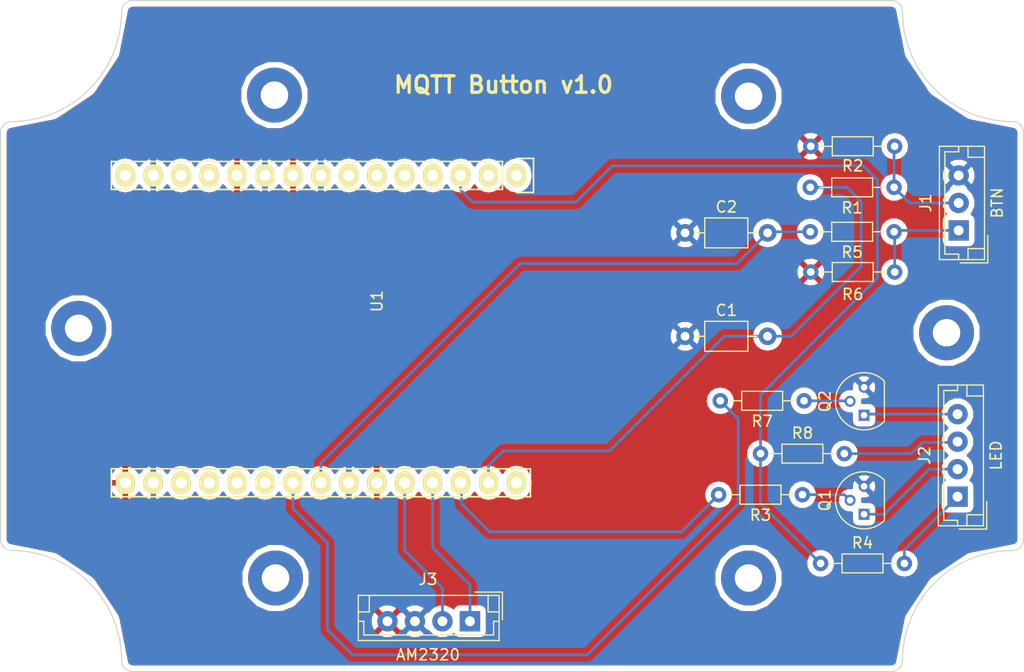
<source format=kicad_pcb>
(kicad_pcb (version 4) (host pcbnew 4.0.6)

  (general
    (links 36)
    (no_connects 0)
    (area 66.964999 70.849999 161.650001 131.950001)
    (thickness 1.6)
    (drawings 17)
    (tracks 73)
    (zones 0)
    (modules 22)
    (nets 18)
  )

  (page A4)
  (layers
    (0 F.Cu signal hide)
    (31 B.Cu signal)
    (32 B.Adhes user)
    (33 F.Adhes user)
    (34 B.Paste user)
    (35 F.Paste user)
    (36 B.SilkS user)
    (37 F.SilkS user)
    (38 B.Mask user)
    (39 F.Mask user)
    (40 Dwgs.User user)
    (41 Cmts.User user)
    (42 Eco1.User user)
    (43 Eco2.User user)
    (44 Edge.Cuts user)
    (45 Margin user)
    (46 B.CrtYd user)
    (47 F.CrtYd user)
    (48 B.Fab user)
    (49 F.Fab user)
  )

  (setup
    (last_trace_width 0.25)
    (trace_clearance 0.2)
    (zone_clearance 0.508)
    (zone_45_only no)
    (trace_min 0.2)
    (segment_width 0.2)
    (edge_width 0.1)
    (via_size 0.6)
    (via_drill 0.4)
    (via_min_size 0.4)
    (via_min_drill 0.3)
    (uvia_size 0.3)
    (uvia_drill 0.1)
    (uvias_allowed no)
    (uvia_min_size 0.2)
    (uvia_min_drill 0.1)
    (pcb_text_width 0.3)
    (pcb_text_size 1.5 1.5)
    (mod_edge_width 0.15)
    (mod_text_size 1 1)
    (mod_text_width 0.15)
    (pad_size 1.5 1.5)
    (pad_drill 0.6)
    (pad_to_mask_clearance 0)
    (aux_axis_origin 0 0)
    (grid_origin 68.6 131.9)
    (visible_elements 7FFFFFFF)
    (pcbplotparams
      (layerselection 0x010f0_80000001)
      (usegerberextensions false)
      (excludeedgelayer true)
      (linewidth 0.100000)
      (plotframeref false)
      (viasonmask false)
      (mode 1)
      (useauxorigin false)
      (hpglpennumber 1)
      (hpglpenspeed 20)
      (hpglpendiameter 15)
      (hpglpenoverlay 2)
      (psnegative false)
      (psa4output false)
      (plotreference true)
      (plotvalue true)
      (plotinvisibletext false)
      (padsonsilk false)
      (subtractmaskfromsilk false)
      (outputformat 1)
      (mirror false)
      (drillshape 0)
      (scaleselection 1)
      (outputdirectory gerber/))
  )

  (net 0 "")
  (net 1 GND)
  (net 2 BTN1)
  (net 3 BTN2)
  (net 4 "Net-(J1-Pad1)")
  (net 5 "Net-(J1-Pad2)")
  (net 6 "Net-(J2-Pad1)")
  (net 7 "Net-(J2-Pad2)")
  (net 8 "Net-(J2-Pad3)")
  (net 9 "Net-(J2-Pad4)")
  (net 10 "Net-(J3-Pad1)")
  (net 11 "Net-(J3-Pad2)")
  (net 12 +3V3)
  (net 13 "Net-(Q1-Pad2)")
  (net 14 "Net-(Q2-Pad2)")
  (net 15 LED1)
  (net 16 +5V)
  (net 17 LED2)

  (net_class Default "This is the default net class."
    (clearance 0.2)
    (trace_width 0.25)
    (via_dia 0.6)
    (via_drill 0.4)
    (uvia_dia 0.3)
    (uvia_drill 0.1)
    (add_net +3V3)
    (add_net +5V)
    (add_net BTN1)
    (add_net BTN2)
    (add_net GND)
    (add_net LED1)
    (add_net LED2)
    (add_net "Net-(J1-Pad1)")
    (add_net "Net-(J1-Pad2)")
    (add_net "Net-(J2-Pad1)")
    (add_net "Net-(J2-Pad2)")
    (add_net "Net-(J2-Pad3)")
    (add_net "Net-(J2-Pad4)")
    (add_net "Net-(J3-Pad1)")
    (add_net "Net-(J3-Pad2)")
    (add_net "Net-(Q1-Pad2)")
    (add_net "Net-(Q2-Pad2)")
  )

  (module Capacitors_THT:C_Axial_L3.8mm_D2.6mm_P7.50mm_Horizontal (layer F.Cu) (tedit 5946A8DE) (tstamp 5946A65B)
    (at 130.83 101.42)
    (descr "C, Axial series, Axial, Horizontal, pin pitch=7.5mm, , length*diameter=3.8*2.6mm^2, http://www.vishay.com/docs/45231/arseries.pdf")
    (tags "C Axial series Axial Horizontal pin pitch 7.5mm  length 3.8mm diameter 2.6mm")
    (path /592A988C)
    (fp_text reference C1 (at 3.75 -2.36) (layer F.SilkS)
      (effects (font (size 1 1) (thickness 0.15)))
    )
    (fp_text value "" (at 3.75 2.36) (layer F.Fab)
      (effects (font (size 1 1) (thickness 0.15)))
    )
    (fp_text user %R (at 3.75 0) (layer F.Fab)
      (effects (font (size 1 1) (thickness 0.15)))
    )
    (fp_line (start 1.85 -1.3) (end 1.85 1.3) (layer F.Fab) (width 0.1))
    (fp_line (start 1.85 1.3) (end 5.65 1.3) (layer F.Fab) (width 0.1))
    (fp_line (start 5.65 1.3) (end 5.65 -1.3) (layer F.Fab) (width 0.1))
    (fp_line (start 5.65 -1.3) (end 1.85 -1.3) (layer F.Fab) (width 0.1))
    (fp_line (start 0 0) (end 1.85 0) (layer F.Fab) (width 0.1))
    (fp_line (start 7.5 0) (end 5.65 0) (layer F.Fab) (width 0.1))
    (fp_line (start 1.79 -1.36) (end 1.79 1.36) (layer F.SilkS) (width 0.12))
    (fp_line (start 1.79 1.36) (end 5.71 1.36) (layer F.SilkS) (width 0.12))
    (fp_line (start 5.71 1.36) (end 5.71 -1.36) (layer F.SilkS) (width 0.12))
    (fp_line (start 5.71 -1.36) (end 1.79 -1.36) (layer F.SilkS) (width 0.12))
    (fp_line (start 0.98 0) (end 1.79 0) (layer F.SilkS) (width 0.12))
    (fp_line (start 6.52 0) (end 5.71 0) (layer F.SilkS) (width 0.12))
    (fp_line (start -1.05 -1.65) (end -1.05 1.65) (layer F.CrtYd) (width 0.05))
    (fp_line (start -1.05 1.65) (end 8.55 1.65) (layer F.CrtYd) (width 0.05))
    (fp_line (start 8.55 1.65) (end 8.55 -1.65) (layer F.CrtYd) (width 0.05))
    (fp_line (start 8.55 -1.65) (end -1.05 -1.65) (layer F.CrtYd) (width 0.05))
    (pad 1 thru_hole circle (at 0 0) (size 1.6 1.6) (drill 0.8) (layers *.Cu *.Mask)
      (net 1 GND))
    (pad 2 thru_hole oval (at 7.5 0) (size 1.6 1.6) (drill 0.8) (layers *.Cu *.Mask)
      (net 2 BTN1))
    (model ${KISYS3DMOD}/Capacitors_THT.3dshapes/C_Axial_L3.8mm_D2.6mm_P7.50mm_Horizontal.wrl
      (at (xyz 0 0 0))
      (scale (xyz 0.393701 0.393701 0.393701))
      (rotate (xyz 0 0 0))
    )
  )

  (module Capacitors_THT:C_Axial_L3.8mm_D2.6mm_P7.50mm_Horizontal (layer F.Cu) (tedit 5947E75E) (tstamp 5946A672)
    (at 130.83 92.022)
    (descr "C, Axial series, Axial, Horizontal, pin pitch=7.5mm, , length*diameter=3.8*2.6mm^2, http://www.vishay.com/docs/45231/arseries.pdf")
    (tags "C Axial series Axial Horizontal pin pitch 7.5mm  length 3.8mm diameter 2.6mm")
    (path /592C05DE)
    (fp_text reference C2 (at 3.75 -2.36) (layer F.SilkS)
      (effects (font (size 1 1) (thickness 0.15)))
    )
    (fp_text value "" (at 3.75 2.36) (layer F.Fab)
      (effects (font (size 1 1) (thickness 0.15)))
    )
    (fp_text user %R (at 3.67 0.092) (layer F.Fab)
      (effects (font (size 1 1) (thickness 0.15)))
    )
    (fp_line (start 1.85 -1.3) (end 1.85 1.3) (layer F.Fab) (width 0.1))
    (fp_line (start 1.85 1.3) (end 5.65 1.3) (layer F.Fab) (width 0.1))
    (fp_line (start 5.65 1.3) (end 5.65 -1.3) (layer F.Fab) (width 0.1))
    (fp_line (start 5.65 -1.3) (end 1.85 -1.3) (layer F.Fab) (width 0.1))
    (fp_line (start 0 0) (end 1.85 0) (layer F.Fab) (width 0.1))
    (fp_line (start 7.5 0) (end 5.65 0) (layer F.Fab) (width 0.1))
    (fp_line (start 1.79 -1.36) (end 1.79 1.36) (layer F.SilkS) (width 0.12))
    (fp_line (start 1.79 1.36) (end 5.71 1.36) (layer F.SilkS) (width 0.12))
    (fp_line (start 5.71 1.36) (end 5.71 -1.36) (layer F.SilkS) (width 0.12))
    (fp_line (start 5.71 -1.36) (end 1.79 -1.36) (layer F.SilkS) (width 0.12))
    (fp_line (start 0.98 0) (end 1.79 0) (layer F.SilkS) (width 0.12))
    (fp_line (start 6.52 0) (end 5.71 0) (layer F.SilkS) (width 0.12))
    (fp_line (start -1.05 -1.65) (end -1.05 1.65) (layer F.CrtYd) (width 0.05))
    (fp_line (start -1.05 1.65) (end 8.55 1.65) (layer F.CrtYd) (width 0.05))
    (fp_line (start 8.55 1.65) (end 8.55 -1.65) (layer F.CrtYd) (width 0.05))
    (fp_line (start 8.55 -1.65) (end -1.05 -1.65) (layer F.CrtYd) (width 0.05))
    (pad 1 thru_hole circle (at 0 0) (size 1.6 1.6) (drill 0.8) (layers *.Cu *.Mask)
      (net 1 GND))
    (pad 2 thru_hole oval (at 7.5 0) (size 1.6 1.6) (drill 0.8) (layers *.Cu *.Mask)
      (net 3 BTN2))
    (model ${KISYS3DMOD}/Capacitors_THT.3dshapes/C_Axial_L3.8mm_D2.6mm_P7.50mm_Horizontal.wrl
      (at (xyz 0 0 0))
      (scale (xyz 0.393701 0.393701 0.393701))
      (rotate (xyz 0 0 0))
    )
  )

  (module Connectors_JST:JST_EH_B03B-EH-A_03x2.50mm_Straight (layer F.Cu) (tedit 5947F07D) (tstamp 5946A693)
    (at 155.7 91.8 90)
    (descr "JST EH series connector, B03B-EH-A, 2.50mm pitch, top entry")
    (tags "connector jst eh top vertical straight")
    (path /592C250C)
    (fp_text reference J1 (at 2.5 -3 90) (layer F.SilkS)
      (effects (font (size 1 1) (thickness 0.15)))
    )
    (fp_text value BTN (at 2.5 3.5 90) (layer F.SilkS)
      (effects (font (size 1 1) (thickness 0.15)))
    )
    (fp_text user %R (at 2.5 -3 90) (layer F.Fab)
      (effects (font (size 1 1) (thickness 0.15)))
    )
    (fp_line (start -2.5 -1.6) (end -2.5 2.2) (layer F.Fab) (width 0.1))
    (fp_line (start -2.5 2.2) (end 7.5 2.2) (layer F.Fab) (width 0.1))
    (fp_line (start 7.5 2.2) (end 7.5 -1.6) (layer F.Fab) (width 0.1))
    (fp_line (start 7.5 -1.6) (end -2.5 -1.6) (layer F.Fab) (width 0.1))
    (fp_line (start -2.65 -1.75) (end -2.65 2.35) (layer F.SilkS) (width 0.12))
    (fp_line (start -2.65 2.35) (end 7.65 2.35) (layer F.SilkS) (width 0.12))
    (fp_line (start 7.65 2.35) (end 7.65 -1.75) (layer F.SilkS) (width 0.12))
    (fp_line (start 7.65 -1.75) (end -2.65 -1.75) (layer F.SilkS) (width 0.12))
    (fp_line (start -2.65 0) (end -2.15 0) (layer F.SilkS) (width 0.12))
    (fp_line (start -2.15 0) (end -2.15 -1.25) (layer F.SilkS) (width 0.12))
    (fp_line (start -2.15 -1.25) (end 7.15 -1.25) (layer F.SilkS) (width 0.12))
    (fp_line (start 7.15 -1.25) (end 7.15 0) (layer F.SilkS) (width 0.12))
    (fp_line (start 7.15 0) (end 7.65 0) (layer F.SilkS) (width 0.12))
    (fp_line (start -2.65 0.85) (end -1.65 0.85) (layer F.SilkS) (width 0.12))
    (fp_line (start -1.65 0.85) (end -1.65 2.35) (layer F.SilkS) (width 0.12))
    (fp_line (start 7.65 0.85) (end 6.65 0.85) (layer F.SilkS) (width 0.12))
    (fp_line (start 6.65 0.85) (end 6.65 2.35) (layer F.SilkS) (width 0.12))
    (fp_line (start -2.95 0.15) (end -2.95 2.65) (layer F.SilkS) (width 0.12))
    (fp_line (start -2.95 2.65) (end -0.45 2.65) (layer F.SilkS) (width 0.12))
    (fp_line (start -2.95 0.15) (end -2.95 2.65) (layer F.Fab) (width 0.1))
    (fp_line (start -2.95 2.65) (end -0.45 2.65) (layer F.Fab) (width 0.1))
    (fp_line (start -3.15 -2.25) (end -3.15 2.85) (layer F.CrtYd) (width 0.05))
    (fp_line (start -3.15 2.85) (end 8.15 2.85) (layer F.CrtYd) (width 0.05))
    (fp_line (start 8.15 2.85) (end 8.15 -2.25) (layer F.CrtYd) (width 0.05))
    (fp_line (start 8.15 -2.25) (end -3.15 -2.25) (layer F.CrtYd) (width 0.05))
    (pad 1 thru_hole rect (at 0 0 90) (size 1.85 1.85) (drill 0.9) (layers *.Cu *.Mask)
      (net 4 "Net-(J1-Pad1)"))
    (pad 2 thru_hole circle (at 2.5 0 90) (size 1.85 1.85) (drill 0.9) (layers *.Cu *.Mask)
      (net 5 "Net-(J1-Pad2)"))
    (pad 3 thru_hole circle (at 5 0 90) (size 1.85 1.85) (drill 0.9) (layers *.Cu *.Mask)
      (net 1 GND))
    (model Connectors_JST.3dshapes/JST_EH_B03B-EH-A_03x2.50mm_Straight.wrl
      (at (xyz 0 0 0))
      (scale (xyz 1 1 1))
      (rotate (xyz 0 0 0))
    )
  )

  (module Connectors_JST:JST_EH_B04B-EH-A_04x2.50mm_Straight (layer F.Cu) (tedit 5947F075) (tstamp 5946A6B5)
    (at 155.6 116 90)
    (descr "JST EH series connector, B04B-EH-A, 2.50mm pitch, top entry")
    (tags "connector jst eh top vertical straight")
    (path /592C2992)
    (fp_text reference J2 (at 3.75 -3 90) (layer F.SilkS)
      (effects (font (size 1 1) (thickness 0.15)))
    )
    (fp_text value LED (at 3.75 3.5 90) (layer F.SilkS)
      (effects (font (size 1 1) (thickness 0.15)))
    )
    (fp_text user %R (at 3.75 -3 90) (layer F.Fab)
      (effects (font (size 1 1) (thickness 0.15)))
    )
    (fp_line (start -2.5 -1.6) (end -2.5 2.2) (layer F.Fab) (width 0.1))
    (fp_line (start -2.5 2.2) (end 10 2.2) (layer F.Fab) (width 0.1))
    (fp_line (start 10 2.2) (end 10 -1.6) (layer F.Fab) (width 0.1))
    (fp_line (start 10 -1.6) (end -2.5 -1.6) (layer F.Fab) (width 0.1))
    (fp_line (start -2.65 -1.75) (end -2.65 2.35) (layer F.SilkS) (width 0.12))
    (fp_line (start -2.65 2.35) (end 10.15 2.35) (layer F.SilkS) (width 0.12))
    (fp_line (start 10.15 2.35) (end 10.15 -1.75) (layer F.SilkS) (width 0.12))
    (fp_line (start 10.15 -1.75) (end -2.65 -1.75) (layer F.SilkS) (width 0.12))
    (fp_line (start -2.65 0) (end -2.15 0) (layer F.SilkS) (width 0.12))
    (fp_line (start -2.15 0) (end -2.15 -1.25) (layer F.SilkS) (width 0.12))
    (fp_line (start -2.15 -1.25) (end 9.65 -1.25) (layer F.SilkS) (width 0.12))
    (fp_line (start 9.65 -1.25) (end 9.65 0) (layer F.SilkS) (width 0.12))
    (fp_line (start 9.65 0) (end 10.15 0) (layer F.SilkS) (width 0.12))
    (fp_line (start -2.65 0.85) (end -1.65 0.85) (layer F.SilkS) (width 0.12))
    (fp_line (start -1.65 0.85) (end -1.65 2.35) (layer F.SilkS) (width 0.12))
    (fp_line (start 10.15 0.85) (end 9.15 0.85) (layer F.SilkS) (width 0.12))
    (fp_line (start 9.15 0.85) (end 9.15 2.35) (layer F.SilkS) (width 0.12))
    (fp_line (start -2.95 0.15) (end -2.95 2.65) (layer F.SilkS) (width 0.12))
    (fp_line (start -2.95 2.65) (end -0.45 2.65) (layer F.SilkS) (width 0.12))
    (fp_line (start -2.95 0.15) (end -2.95 2.65) (layer F.Fab) (width 0.1))
    (fp_line (start -2.95 2.65) (end -0.45 2.65) (layer F.Fab) (width 0.1))
    (fp_line (start -3.15 -2.25) (end -3.15 2.85) (layer F.CrtYd) (width 0.05))
    (fp_line (start -3.15 2.85) (end 10.65 2.85) (layer F.CrtYd) (width 0.05))
    (fp_line (start 10.65 2.85) (end 10.65 -2.25) (layer F.CrtYd) (width 0.05))
    (fp_line (start 10.65 -2.25) (end -3.15 -2.25) (layer F.CrtYd) (width 0.05))
    (pad 1 thru_hole rect (at 0 0 90) (size 1.85 1.85) (drill 0.9) (layers *.Cu *.Mask)
      (net 6 "Net-(J2-Pad1)"))
    (pad 2 thru_hole circle (at 2.5 0 90) (size 1.85 1.85) (drill 0.9) (layers *.Cu *.Mask)
      (net 7 "Net-(J2-Pad2)"))
    (pad 3 thru_hole circle (at 5 0 90) (size 1.85 1.85) (drill 0.9) (layers *.Cu *.Mask)
      (net 8 "Net-(J2-Pad3)"))
    (pad 4 thru_hole circle (at 7.5 0 90) (size 1.85 1.85) (drill 0.9) (layers *.Cu *.Mask)
      (net 9 "Net-(J2-Pad4)"))
    (model Connectors_JST.3dshapes/JST_EH_B04B-EH-A_04x2.50mm_Straight.wrl
      (at (xyz 0 0 0))
      (scale (xyz 1 1 1))
      (rotate (xyz 0 0 0))
    )
  )

  (module Connectors_JST:JST_EH_B04B-EH-A_04x2.50mm_Straight (layer F.Cu) (tedit 5947F06A) (tstamp 5946A6D7)
    (at 111.272 127.328 180)
    (descr "JST EH series connector, B04B-EH-A, 2.50mm pitch, top entry")
    (tags "connector jst eh top vertical straight")
    (path /592BFD00)
    (fp_text reference J3 (at 3.81 3.81 180) (layer F.SilkS)
      (effects (font (size 1 1) (thickness 0.15)))
    )
    (fp_text value AM2320 (at 3.81 -3.048 180) (layer F.SilkS)
      (effects (font (size 1 1) (thickness 0.15)))
    )
    (fp_text user %R (at 3.81 3.81 180) (layer F.Fab)
      (effects (font (size 1 1) (thickness 0.15)))
    )
    (fp_line (start -2.5 -1.6) (end -2.5 2.2) (layer F.Fab) (width 0.1))
    (fp_line (start -2.5 2.2) (end 10 2.2) (layer F.Fab) (width 0.1))
    (fp_line (start 10 2.2) (end 10 -1.6) (layer F.Fab) (width 0.1))
    (fp_line (start 10 -1.6) (end -2.5 -1.6) (layer F.Fab) (width 0.1))
    (fp_line (start -2.65 -1.75) (end -2.65 2.35) (layer F.SilkS) (width 0.12))
    (fp_line (start -2.65 2.35) (end 10.15 2.35) (layer F.SilkS) (width 0.12))
    (fp_line (start 10.15 2.35) (end 10.15 -1.75) (layer F.SilkS) (width 0.12))
    (fp_line (start 10.15 -1.75) (end -2.65 -1.75) (layer F.SilkS) (width 0.12))
    (fp_line (start -2.65 0) (end -2.15 0) (layer F.SilkS) (width 0.12))
    (fp_line (start -2.15 0) (end -2.15 -1.25) (layer F.SilkS) (width 0.12))
    (fp_line (start -2.15 -1.25) (end 9.65 -1.25) (layer F.SilkS) (width 0.12))
    (fp_line (start 9.65 -1.25) (end 9.65 0) (layer F.SilkS) (width 0.12))
    (fp_line (start 9.65 0) (end 10.15 0) (layer F.SilkS) (width 0.12))
    (fp_line (start -2.65 0.85) (end -1.65 0.85) (layer F.SilkS) (width 0.12))
    (fp_line (start -1.65 0.85) (end -1.65 2.35) (layer F.SilkS) (width 0.12))
    (fp_line (start 10.15 0.85) (end 9.15 0.85) (layer F.SilkS) (width 0.12))
    (fp_line (start 9.15 0.85) (end 9.15 2.35) (layer F.SilkS) (width 0.12))
    (fp_line (start -2.95 0.15) (end -2.95 2.65) (layer F.SilkS) (width 0.12))
    (fp_line (start -2.95 2.65) (end -0.45 2.65) (layer F.SilkS) (width 0.12))
    (fp_line (start -2.95 0.15) (end -2.95 2.65) (layer F.Fab) (width 0.1))
    (fp_line (start -2.95 2.65) (end -0.45 2.65) (layer F.Fab) (width 0.1))
    (fp_line (start -3.15 -2.25) (end -3.15 2.85) (layer F.CrtYd) (width 0.05))
    (fp_line (start -3.15 2.85) (end 10.65 2.85) (layer F.CrtYd) (width 0.05))
    (fp_line (start 10.65 2.85) (end 10.65 -2.25) (layer F.CrtYd) (width 0.05))
    (fp_line (start 10.65 -2.25) (end -3.15 -2.25) (layer F.CrtYd) (width 0.05))
    (pad 1 thru_hole rect (at 0 0 180) (size 1.85 1.85) (drill 0.9) (layers *.Cu *.Mask)
      (net 10 "Net-(J3-Pad1)"))
    (pad 2 thru_hole circle (at 2.5 0 180) (size 1.85 1.85) (drill 0.9) (layers *.Cu *.Mask)
      (net 11 "Net-(J3-Pad2)"))
    (pad 3 thru_hole circle (at 5 0 180) (size 1.85 1.85) (drill 0.9) (layers *.Cu *.Mask)
      (net 1 GND))
    (pad 4 thru_hole circle (at 7.5 0 180) (size 1.85 1.85) (drill 0.9) (layers *.Cu *.Mask)
      (net 12 +3V3))
    (model Connectors_JST.3dshapes/JST_EH_B04B-EH-A_04x2.50mm_Straight.wrl
      (at (xyz 0 0 0))
      (scale (xyz 1 1 1))
      (rotate (xyz 0 0 0))
    )
  )

  (module TO_SOT_Packages_THT:TO-92_Molded_Narrow (layer F.Cu) (tedit 5946A896) (tstamp 5946A6E9)
    (at 147.1 117.6 90)
    (descr "TO-92 leads molded, narrow, drill 0.6mm (see NXP sot054_po.pdf)")
    (tags "to-92 sc-43 sc-43a sot54 PA33 transistor")
    (path /592AAF6C)
    (fp_text reference Q1 (at 1.27 -3.56 90) (layer F.SilkS)
      (effects (font (size 1 1) (thickness 0.15)))
    )
    (fp_text value "" (at 1.27 2.79 90) (layer F.Fab)
      (effects (font (size 1 1) (thickness 0.15)))
    )
    (fp_text user %R (at 1.27 -3.56 90) (layer F.Fab)
      (effects (font (size 1 1) (thickness 0.15)))
    )
    (fp_line (start -0.53 1.85) (end 3.07 1.85) (layer F.SilkS) (width 0.12))
    (fp_line (start -0.5 1.75) (end 3 1.75) (layer F.Fab) (width 0.1))
    (fp_line (start -1.46 -2.73) (end 4 -2.73) (layer F.CrtYd) (width 0.05))
    (fp_line (start -1.46 -2.73) (end -1.46 2.01) (layer F.CrtYd) (width 0.05))
    (fp_line (start 4 2.01) (end 4 -2.73) (layer F.CrtYd) (width 0.05))
    (fp_line (start 4 2.01) (end -1.46 2.01) (layer F.CrtYd) (width 0.05))
    (fp_arc (start 1.27 0) (end 1.27 -2.48) (angle 135) (layer F.Fab) (width 0.1))
    (fp_arc (start 1.27 0) (end 1.27 -2.6) (angle -135) (layer F.SilkS) (width 0.12))
    (fp_arc (start 1.27 0) (end 1.27 -2.48) (angle -135) (layer F.Fab) (width 0.1))
    (fp_arc (start 1.27 0) (end 1.27 -2.6) (angle 135) (layer F.SilkS) (width 0.12))
    (pad 2 thru_hole circle (at 1.27 -1.27 180) (size 1 1) (drill 0.6) (layers *.Cu *.Mask)
      (net 13 "Net-(Q1-Pad2)"))
    (pad 3 thru_hole circle (at 2.54 0 180) (size 1 1) (drill 0.6) (layers *.Cu *.Mask)
      (net 1 GND))
    (pad 1 thru_hole rect (at 0 0 180) (size 1 1) (drill 0.6) (layers *.Cu *.Mask)
      (net 7 "Net-(J2-Pad2)"))
    (model ${KISYS3DMOD}/TO_SOT_Packages_THT.3dshapes/TO-92_Molded_Narrow.wrl
      (at (xyz 0.05 0 0))
      (scale (xyz 1 1 1))
      (rotate (xyz 0 0 -90))
    )
  )

  (module TO_SOT_Packages_THT:TO-92_Molded_Narrow (layer F.Cu) (tedit 5946A899) (tstamp 5946A6FB)
    (at 147.1 108.6 90)
    (descr "TO-92 leads molded, narrow, drill 0.6mm (see NXP sot054_po.pdf)")
    (tags "to-92 sc-43 sc-43a sot54 PA33 transistor")
    (path /592C0605)
    (fp_text reference Q2 (at 1.27 -3.56 90) (layer F.SilkS)
      (effects (font (size 1 1) (thickness 0.15)))
    )
    (fp_text value "" (at 1.27 2.79 90) (layer F.Fab)
      (effects (font (size 1 1) (thickness 0.15)))
    )
    (fp_text user %R (at 1.27 -3.56 90) (layer F.Fab)
      (effects (font (size 1 1) (thickness 0.15)))
    )
    (fp_line (start -0.53 1.85) (end 3.07 1.85) (layer F.SilkS) (width 0.12))
    (fp_line (start -0.5 1.75) (end 3 1.75) (layer F.Fab) (width 0.1))
    (fp_line (start -1.46 -2.73) (end 4 -2.73) (layer F.CrtYd) (width 0.05))
    (fp_line (start -1.46 -2.73) (end -1.46 2.01) (layer F.CrtYd) (width 0.05))
    (fp_line (start 4 2.01) (end 4 -2.73) (layer F.CrtYd) (width 0.05))
    (fp_line (start 4 2.01) (end -1.46 2.01) (layer F.CrtYd) (width 0.05))
    (fp_arc (start 1.27 0) (end 1.27 -2.48) (angle 135) (layer F.Fab) (width 0.1))
    (fp_arc (start 1.27 0) (end 1.27 -2.6) (angle -135) (layer F.SilkS) (width 0.12))
    (fp_arc (start 1.27 0) (end 1.27 -2.48) (angle -135) (layer F.Fab) (width 0.1))
    (fp_arc (start 1.27 0) (end 1.27 -2.6) (angle 135) (layer F.SilkS) (width 0.12))
    (pad 2 thru_hole circle (at 1.27 -1.27 180) (size 1 1) (drill 0.6) (layers *.Cu *.Mask)
      (net 14 "Net-(Q2-Pad2)"))
    (pad 3 thru_hole circle (at 2.54 0 180) (size 1 1) (drill 0.6) (layers *.Cu *.Mask)
      (net 1 GND))
    (pad 1 thru_hole rect (at 0 0 180) (size 1 1) (drill 0.6) (layers *.Cu *.Mask)
      (net 9 "Net-(J2-Pad4)"))
    (model ${KISYS3DMOD}/TO_SOT_Packages_THT.3dshapes/TO-92_Molded_Narrow.wrl
      (at (xyz 0.05 0 0))
      (scale (xyz 1 1 1))
      (rotate (xyz 0 0 -90))
    )
  )

  (module Resistors_THT:R_Axial_DIN0204_L3.6mm_D1.6mm_P7.62mm_Horizontal (layer F.Cu) (tedit 5946A8CD) (tstamp 5946A711)
    (at 149.8292 87.8818 180)
    (descr "Resistor, Axial_DIN0204 series, Axial, Horizontal, pin pitch=7.62mm, 0.16666666666666666W = 1/6W, length*diameter=3.6*1.6mm^2, http://cdn-reichelt.de/documents/datenblatt/B400/1_4W%23YAG.pdf")
    (tags "Resistor Axial_DIN0204 series Axial Horizontal pin pitch 7.62mm 0.16666666666666666W = 1/6W length 3.6mm diameter 1.6mm")
    (path /592A98FB)
    (fp_text reference R1 (at 3.81 -1.86 180) (layer F.SilkS)
      (effects (font (size 1 1) (thickness 0.15)))
    )
    (fp_text value "" (at 3.81 1.86 180) (layer F.Fab)
      (effects (font (size 1 1) (thickness 0.15)))
    )
    (fp_line (start 2.01 -0.8) (end 2.01 0.8) (layer F.Fab) (width 0.1))
    (fp_line (start 2.01 0.8) (end 5.61 0.8) (layer F.Fab) (width 0.1))
    (fp_line (start 5.61 0.8) (end 5.61 -0.8) (layer F.Fab) (width 0.1))
    (fp_line (start 5.61 -0.8) (end 2.01 -0.8) (layer F.Fab) (width 0.1))
    (fp_line (start 0 0) (end 2.01 0) (layer F.Fab) (width 0.1))
    (fp_line (start 7.62 0) (end 5.61 0) (layer F.Fab) (width 0.1))
    (fp_line (start 1.95 -0.86) (end 1.95 0.86) (layer F.SilkS) (width 0.12))
    (fp_line (start 1.95 0.86) (end 5.67 0.86) (layer F.SilkS) (width 0.12))
    (fp_line (start 5.67 0.86) (end 5.67 -0.86) (layer F.SilkS) (width 0.12))
    (fp_line (start 5.67 -0.86) (end 1.95 -0.86) (layer F.SilkS) (width 0.12))
    (fp_line (start 0.88 0) (end 1.95 0) (layer F.SilkS) (width 0.12))
    (fp_line (start 6.74 0) (end 5.67 0) (layer F.SilkS) (width 0.12))
    (fp_line (start -0.95 -1.15) (end -0.95 1.15) (layer F.CrtYd) (width 0.05))
    (fp_line (start -0.95 1.15) (end 8.6 1.15) (layer F.CrtYd) (width 0.05))
    (fp_line (start 8.6 1.15) (end 8.6 -1.15) (layer F.CrtYd) (width 0.05))
    (fp_line (start 8.6 -1.15) (end -0.95 -1.15) (layer F.CrtYd) (width 0.05))
    (pad 1 thru_hole circle (at 0 0 180) (size 1.4 1.4) (drill 0.7) (layers *.Cu *.Mask)
      (net 5 "Net-(J1-Pad2)"))
    (pad 2 thru_hole oval (at 7.62 0 180) (size 1.4 1.4) (drill 0.7) (layers *.Cu *.Mask)
      (net 2 BTN1))
    (model Resistors_THT.3dshapes/R_Axial_DIN0204_L3.6mm_D1.6mm_P7.62mm_Horizontal.wrl
      (at (xyz 0 0 0))
      (scale (xyz 0.393701 0.393701 0.393701))
      (rotate (xyz 0 0 0))
    )
  )

  (module Resistors_THT:R_Axial_DIN0204_L3.6mm_D1.6mm_P7.62mm_Horizontal (layer F.Cu) (tedit 5946A8B3) (tstamp 5946A727)
    (at 142.26 84.148)
    (descr "Resistor, Axial_DIN0204 series, Axial, Horizontal, pin pitch=7.62mm, 0.16666666666666666W = 1/6W, length*diameter=3.6*1.6mm^2, http://cdn-reichelt.de/documents/datenblatt/B400/1_4W%23YAG.pdf")
    (tags "Resistor Axial_DIN0204 series Axial Horizontal pin pitch 7.62mm 0.16666666666666666W = 1/6W length 3.6mm diameter 1.6mm")
    (path /592A9936)
    (fp_text reference R2 (at 3.81 1.778) (layer F.SilkS)
      (effects (font (size 1 1) (thickness 0.15)))
    )
    (fp_text value "" (at 3.81 1.86) (layer F.Fab)
      (effects (font (size 1 1) (thickness 0.15)))
    )
    (fp_line (start 2.01 -0.8) (end 2.01 0.8) (layer F.Fab) (width 0.1))
    (fp_line (start 2.01 0.8) (end 5.61 0.8) (layer F.Fab) (width 0.1))
    (fp_line (start 5.61 0.8) (end 5.61 -0.8) (layer F.Fab) (width 0.1))
    (fp_line (start 5.61 -0.8) (end 2.01 -0.8) (layer F.Fab) (width 0.1))
    (fp_line (start 0 0) (end 2.01 0) (layer F.Fab) (width 0.1))
    (fp_line (start 7.62 0) (end 5.61 0) (layer F.Fab) (width 0.1))
    (fp_line (start 1.95 -0.86) (end 1.95 0.86) (layer F.SilkS) (width 0.12))
    (fp_line (start 1.95 0.86) (end 5.67 0.86) (layer F.SilkS) (width 0.12))
    (fp_line (start 5.67 0.86) (end 5.67 -0.86) (layer F.SilkS) (width 0.12))
    (fp_line (start 5.67 -0.86) (end 1.95 -0.86) (layer F.SilkS) (width 0.12))
    (fp_line (start 0.88 0) (end 1.95 0) (layer F.SilkS) (width 0.12))
    (fp_line (start 6.74 0) (end 5.67 0) (layer F.SilkS) (width 0.12))
    (fp_line (start -0.95 -1.15) (end -0.95 1.15) (layer F.CrtYd) (width 0.05))
    (fp_line (start -0.95 1.15) (end 8.6 1.15) (layer F.CrtYd) (width 0.05))
    (fp_line (start 8.6 1.15) (end 8.6 -1.15) (layer F.CrtYd) (width 0.05))
    (fp_line (start 8.6 -1.15) (end -0.95 -1.15) (layer F.CrtYd) (width 0.05))
    (pad 1 thru_hole circle (at 0 0) (size 1.4 1.4) (drill 0.7) (layers *.Cu *.Mask)
      (net 12 +3V3))
    (pad 2 thru_hole oval (at 7.62 0) (size 1.4 1.4) (drill 0.7) (layers *.Cu *.Mask)
      (net 5 "Net-(J1-Pad2)"))
    (model Resistors_THT.3dshapes/R_Axial_DIN0204_L3.6mm_D1.6mm_P7.62mm_Horizontal.wrl
      (at (xyz 0 0 0))
      (scale (xyz 0.393701 0.393701 0.393701))
      (rotate (xyz 0 0 0))
    )
  )

  (module Resistors_THT:R_Axial_DIN0204_L3.6mm_D1.6mm_P7.62mm_Horizontal (layer F.Cu) (tedit 5946A8C8) (tstamp 5946A73D)
    (at 141.498 115.8218 180)
    (descr "Resistor, Axial_DIN0204 series, Axial, Horizontal, pin pitch=7.62mm, 0.16666666666666666W = 1/6W, length*diameter=3.6*1.6mm^2, http://cdn-reichelt.de/documents/datenblatt/B400/1_4W%23YAG.pdf")
    (tags "Resistor Axial_DIN0204 series Axial Horizontal pin pitch 7.62mm 0.16666666666666666W = 1/6W length 3.6mm diameter 1.6mm")
    (path /592AAFC1)
    (fp_text reference R3 (at 3.81 -1.86 180) (layer F.SilkS)
      (effects (font (size 1 1) (thickness 0.15)))
    )
    (fp_text value "" (at 3.81 1.86 180) (layer F.Fab)
      (effects (font (size 1 1) (thickness 0.15)))
    )
    (fp_line (start 2.01 -0.8) (end 2.01 0.8) (layer F.Fab) (width 0.1))
    (fp_line (start 2.01 0.8) (end 5.61 0.8) (layer F.Fab) (width 0.1))
    (fp_line (start 5.61 0.8) (end 5.61 -0.8) (layer F.Fab) (width 0.1))
    (fp_line (start 5.61 -0.8) (end 2.01 -0.8) (layer F.Fab) (width 0.1))
    (fp_line (start 0 0) (end 2.01 0) (layer F.Fab) (width 0.1))
    (fp_line (start 7.62 0) (end 5.61 0) (layer F.Fab) (width 0.1))
    (fp_line (start 1.95 -0.86) (end 1.95 0.86) (layer F.SilkS) (width 0.12))
    (fp_line (start 1.95 0.86) (end 5.67 0.86) (layer F.SilkS) (width 0.12))
    (fp_line (start 5.67 0.86) (end 5.67 -0.86) (layer F.SilkS) (width 0.12))
    (fp_line (start 5.67 -0.86) (end 1.95 -0.86) (layer F.SilkS) (width 0.12))
    (fp_line (start 0.88 0) (end 1.95 0) (layer F.SilkS) (width 0.12))
    (fp_line (start 6.74 0) (end 5.67 0) (layer F.SilkS) (width 0.12))
    (fp_line (start -0.95 -1.15) (end -0.95 1.15) (layer F.CrtYd) (width 0.05))
    (fp_line (start -0.95 1.15) (end 8.6 1.15) (layer F.CrtYd) (width 0.05))
    (fp_line (start 8.6 1.15) (end 8.6 -1.15) (layer F.CrtYd) (width 0.05))
    (fp_line (start 8.6 -1.15) (end -0.95 -1.15) (layer F.CrtYd) (width 0.05))
    (pad 1 thru_hole circle (at 0 0 180) (size 1.4 1.4) (drill 0.7) (layers *.Cu *.Mask)
      (net 13 "Net-(Q1-Pad2)"))
    (pad 2 thru_hole oval (at 7.62 0 180) (size 1.4 1.4) (drill 0.7) (layers *.Cu *.Mask)
      (net 15 LED1))
    (model Resistors_THT.3dshapes/R_Axial_DIN0204_L3.6mm_D1.6mm_P7.62mm_Horizontal.wrl
      (at (xyz 0 0 0))
      (scale (xyz 0.393701 0.393701 0.393701))
      (rotate (xyz 0 0 0))
    )
  )

  (module Resistors_THT:R_Axial_DIN0204_L3.6mm_D1.6mm_P7.62mm_Horizontal (layer F.Cu) (tedit 5946A8AB) (tstamp 5946A753)
    (at 143.149 122.0702)
    (descr "Resistor, Axial_DIN0204 series, Axial, Horizontal, pin pitch=7.62mm, 0.16666666666666666W = 1/6W, length*diameter=3.6*1.6mm^2, http://cdn-reichelt.de/documents/datenblatt/B400/1_4W%23YAG.pdf")
    (tags "Resistor Axial_DIN0204 series Axial Horizontal pin pitch 7.62mm 0.16666666666666666W = 1/6W length 3.6mm diameter 1.6mm")
    (path /592AB02F)
    (fp_text reference R4 (at 3.81 -1.86) (layer F.SilkS)
      (effects (font (size 1 1) (thickness 0.15)))
    )
    (fp_text value "" (at 3.81 1.86) (layer F.Fab)
      (effects (font (size 1 1) (thickness 0.15)))
    )
    (fp_line (start 2.01 -0.8) (end 2.01 0.8) (layer F.Fab) (width 0.1))
    (fp_line (start 2.01 0.8) (end 5.61 0.8) (layer F.Fab) (width 0.1))
    (fp_line (start 5.61 0.8) (end 5.61 -0.8) (layer F.Fab) (width 0.1))
    (fp_line (start 5.61 -0.8) (end 2.01 -0.8) (layer F.Fab) (width 0.1))
    (fp_line (start 0 0) (end 2.01 0) (layer F.Fab) (width 0.1))
    (fp_line (start 7.62 0) (end 5.61 0) (layer F.Fab) (width 0.1))
    (fp_line (start 1.95 -0.86) (end 1.95 0.86) (layer F.SilkS) (width 0.12))
    (fp_line (start 1.95 0.86) (end 5.67 0.86) (layer F.SilkS) (width 0.12))
    (fp_line (start 5.67 0.86) (end 5.67 -0.86) (layer F.SilkS) (width 0.12))
    (fp_line (start 5.67 -0.86) (end 1.95 -0.86) (layer F.SilkS) (width 0.12))
    (fp_line (start 0.88 0) (end 1.95 0) (layer F.SilkS) (width 0.12))
    (fp_line (start 6.74 0) (end 5.67 0) (layer F.SilkS) (width 0.12))
    (fp_line (start -0.95 -1.15) (end -0.95 1.15) (layer F.CrtYd) (width 0.05))
    (fp_line (start -0.95 1.15) (end 8.6 1.15) (layer F.CrtYd) (width 0.05))
    (fp_line (start 8.6 1.15) (end 8.6 -1.15) (layer F.CrtYd) (width 0.05))
    (fp_line (start 8.6 -1.15) (end -0.95 -1.15) (layer F.CrtYd) (width 0.05))
    (pad 1 thru_hole circle (at 0 0) (size 1.4 1.4) (drill 0.7) (layers *.Cu *.Mask)
      (net 16 +5V))
    (pad 2 thru_hole oval (at 7.62 0) (size 1.4 1.4) (drill 0.7) (layers *.Cu *.Mask)
      (net 6 "Net-(J2-Pad1)"))
    (model Resistors_THT.3dshapes/R_Axial_DIN0204_L3.6mm_D1.6mm_P7.62mm_Horizontal.wrl
      (at (xyz 0 0 0))
      (scale (xyz 0.393701 0.393701 0.393701))
      (rotate (xyz 0 0 0))
    )
  )

  (module Resistors_THT:R_Axial_DIN0204_L3.6mm_D1.6mm_P7.62mm_Horizontal (layer F.Cu) (tedit 5946A8C2) (tstamp 5946A769)
    (at 149.8292 91.9204 180)
    (descr "Resistor, Axial_DIN0204 series, Axial, Horizontal, pin pitch=7.62mm, 0.16666666666666666W = 1/6W, length*diameter=3.6*1.6mm^2, http://cdn-reichelt.de/documents/datenblatt/B400/1_4W%23YAG.pdf")
    (tags "Resistor Axial_DIN0204 series Axial Horizontal pin pitch 7.62mm 0.16666666666666666W = 1/6W length 3.6mm diameter 1.6mm")
    (path /592C05EA)
    (fp_text reference R5 (at 3.81 -1.86 180) (layer F.SilkS)
      (effects (font (size 1 1) (thickness 0.15)))
    )
    (fp_text value "" (at 3.81 1.86 180) (layer F.Fab)
      (effects (font (size 1 1) (thickness 0.15)))
    )
    (fp_line (start 2.01 -0.8) (end 2.01 0.8) (layer F.Fab) (width 0.1))
    (fp_line (start 2.01 0.8) (end 5.61 0.8) (layer F.Fab) (width 0.1))
    (fp_line (start 5.61 0.8) (end 5.61 -0.8) (layer F.Fab) (width 0.1))
    (fp_line (start 5.61 -0.8) (end 2.01 -0.8) (layer F.Fab) (width 0.1))
    (fp_line (start 0 0) (end 2.01 0) (layer F.Fab) (width 0.1))
    (fp_line (start 7.62 0) (end 5.61 0) (layer F.Fab) (width 0.1))
    (fp_line (start 1.95 -0.86) (end 1.95 0.86) (layer F.SilkS) (width 0.12))
    (fp_line (start 1.95 0.86) (end 5.67 0.86) (layer F.SilkS) (width 0.12))
    (fp_line (start 5.67 0.86) (end 5.67 -0.86) (layer F.SilkS) (width 0.12))
    (fp_line (start 5.67 -0.86) (end 1.95 -0.86) (layer F.SilkS) (width 0.12))
    (fp_line (start 0.88 0) (end 1.95 0) (layer F.SilkS) (width 0.12))
    (fp_line (start 6.74 0) (end 5.67 0) (layer F.SilkS) (width 0.12))
    (fp_line (start -0.95 -1.15) (end -0.95 1.15) (layer F.CrtYd) (width 0.05))
    (fp_line (start -0.95 1.15) (end 8.6 1.15) (layer F.CrtYd) (width 0.05))
    (fp_line (start 8.6 1.15) (end 8.6 -1.15) (layer F.CrtYd) (width 0.05))
    (fp_line (start 8.6 -1.15) (end -0.95 -1.15) (layer F.CrtYd) (width 0.05))
    (pad 1 thru_hole circle (at 0 0 180) (size 1.4 1.4) (drill 0.7) (layers *.Cu *.Mask)
      (net 4 "Net-(J1-Pad1)"))
    (pad 2 thru_hole oval (at 7.62 0 180) (size 1.4 1.4) (drill 0.7) (layers *.Cu *.Mask)
      (net 3 BTN2))
    (model Resistors_THT.3dshapes/R_Axial_DIN0204_L3.6mm_D1.6mm_P7.62mm_Horizontal.wrl
      (at (xyz 0 0 0))
      (scale (xyz 0.393701 0.393701 0.393701))
      (rotate (xyz 0 0 0))
    )
  )

  (module Resistors_THT:R_Axial_DIN0204_L3.6mm_D1.6mm_P7.62mm_Horizontal (layer F.Cu) (tedit 5946A887) (tstamp 5946A77F)
    (at 142.26 95.578)
    (descr "Resistor, Axial_DIN0204 series, Axial, Horizontal, pin pitch=7.62mm, 0.16666666666666666W = 1/6W, length*diameter=3.6*1.6mm^2, http://cdn-reichelt.de/documents/datenblatt/B400/1_4W%23YAG.pdf")
    (tags "Resistor Axial_DIN0204 series Axial Horizontal pin pitch 7.62mm 0.16666666666666666W = 1/6W length 3.6mm diameter 1.6mm")
    (path /592C05F0)
    (fp_text reference R6 (at 3.81 2.032) (layer F.SilkS)
      (effects (font (size 1 1) (thickness 0.15)))
    )
    (fp_text value "" (at 3.81 1.86) (layer F.Fab)
      (effects (font (size 1 1) (thickness 0.15)))
    )
    (fp_line (start 2.01 -0.8) (end 2.01 0.8) (layer F.Fab) (width 0.1))
    (fp_line (start 2.01 0.8) (end 5.61 0.8) (layer F.Fab) (width 0.1))
    (fp_line (start 5.61 0.8) (end 5.61 -0.8) (layer F.Fab) (width 0.1))
    (fp_line (start 5.61 -0.8) (end 2.01 -0.8) (layer F.Fab) (width 0.1))
    (fp_line (start 0 0) (end 2.01 0) (layer F.Fab) (width 0.1))
    (fp_line (start 7.62 0) (end 5.61 0) (layer F.Fab) (width 0.1))
    (fp_line (start 1.95 -0.86) (end 1.95 0.86) (layer F.SilkS) (width 0.12))
    (fp_line (start 1.95 0.86) (end 5.67 0.86) (layer F.SilkS) (width 0.12))
    (fp_line (start 5.67 0.86) (end 5.67 -0.86) (layer F.SilkS) (width 0.12))
    (fp_line (start 5.67 -0.86) (end 1.95 -0.86) (layer F.SilkS) (width 0.12))
    (fp_line (start 0.88 0) (end 1.95 0) (layer F.SilkS) (width 0.12))
    (fp_line (start 6.74 0) (end 5.67 0) (layer F.SilkS) (width 0.12))
    (fp_line (start -0.95 -1.15) (end -0.95 1.15) (layer F.CrtYd) (width 0.05))
    (fp_line (start -0.95 1.15) (end 8.6 1.15) (layer F.CrtYd) (width 0.05))
    (fp_line (start 8.6 1.15) (end 8.6 -1.15) (layer F.CrtYd) (width 0.05))
    (fp_line (start 8.6 -1.15) (end -0.95 -1.15) (layer F.CrtYd) (width 0.05))
    (pad 1 thru_hole circle (at 0 0) (size 1.4 1.4) (drill 0.7) (layers *.Cu *.Mask)
      (net 12 +3V3))
    (pad 2 thru_hole oval (at 7.62 0) (size 1.4 1.4) (drill 0.7) (layers *.Cu *.Mask)
      (net 4 "Net-(J1-Pad1)"))
    (model Resistors_THT.3dshapes/R_Axial_DIN0204_L3.6mm_D1.6mm_P7.62mm_Horizontal.wrl
      (at (xyz 0 0 0))
      (scale (xyz 0.393701 0.393701 0.393701))
      (rotate (xyz 0 0 0))
    )
  )

  (module Resistors_THT:R_Axial_DIN0204_L3.6mm_D1.6mm_P7.62mm_Horizontal (layer F.Cu) (tedit 5946A8A2) (tstamp 5946A795)
    (at 141.6504 107.2874 180)
    (descr "Resistor, Axial_DIN0204 series, Axial, Horizontal, pin pitch=7.62mm, 0.16666666666666666W = 1/6W, length*diameter=3.6*1.6mm^2, http://cdn-reichelt.de/documents/datenblatt/B400/1_4W%23YAG.pdf")
    (tags "Resistor Axial_DIN0204 series Axial Horizontal pin pitch 7.62mm 0.16666666666666666W = 1/6W length 3.6mm diameter 1.6mm")
    (path /592C060B)
    (fp_text reference R7 (at 3.81 -1.86 180) (layer F.SilkS)
      (effects (font (size 1 1) (thickness 0.15)))
    )
    (fp_text value "" (at 3.81 1.86 180) (layer F.Fab)
      (effects (font (size 1 1) (thickness 0.15)))
    )
    (fp_line (start 2.01 -0.8) (end 2.01 0.8) (layer F.Fab) (width 0.1))
    (fp_line (start 2.01 0.8) (end 5.61 0.8) (layer F.Fab) (width 0.1))
    (fp_line (start 5.61 0.8) (end 5.61 -0.8) (layer F.Fab) (width 0.1))
    (fp_line (start 5.61 -0.8) (end 2.01 -0.8) (layer F.Fab) (width 0.1))
    (fp_line (start 0 0) (end 2.01 0) (layer F.Fab) (width 0.1))
    (fp_line (start 7.62 0) (end 5.61 0) (layer F.Fab) (width 0.1))
    (fp_line (start 1.95 -0.86) (end 1.95 0.86) (layer F.SilkS) (width 0.12))
    (fp_line (start 1.95 0.86) (end 5.67 0.86) (layer F.SilkS) (width 0.12))
    (fp_line (start 5.67 0.86) (end 5.67 -0.86) (layer F.SilkS) (width 0.12))
    (fp_line (start 5.67 -0.86) (end 1.95 -0.86) (layer F.SilkS) (width 0.12))
    (fp_line (start 0.88 0) (end 1.95 0) (layer F.SilkS) (width 0.12))
    (fp_line (start 6.74 0) (end 5.67 0) (layer F.SilkS) (width 0.12))
    (fp_line (start -0.95 -1.15) (end -0.95 1.15) (layer F.CrtYd) (width 0.05))
    (fp_line (start -0.95 1.15) (end 8.6 1.15) (layer F.CrtYd) (width 0.05))
    (fp_line (start 8.6 1.15) (end 8.6 -1.15) (layer F.CrtYd) (width 0.05))
    (fp_line (start 8.6 -1.15) (end -0.95 -1.15) (layer F.CrtYd) (width 0.05))
    (pad 1 thru_hole circle (at 0 0 180) (size 1.4 1.4) (drill 0.7) (layers *.Cu *.Mask)
      (net 14 "Net-(Q2-Pad2)"))
    (pad 2 thru_hole oval (at 7.62 0 180) (size 1.4 1.4) (drill 0.7) (layers *.Cu *.Mask)
      (net 17 LED2))
    (model Resistors_THT.3dshapes/R_Axial_DIN0204_L3.6mm_D1.6mm_P7.62mm_Horizontal.wrl
      (at (xyz 0 0 0))
      (scale (xyz 0.393701 0.393701 0.393701))
      (rotate (xyz 0 0 0))
    )
  )

  (module Resistors_THT:R_Axial_DIN0204_L3.6mm_D1.6mm_P7.62mm_Horizontal (layer F.Cu) (tedit 5946A8B9) (tstamp 5946A7AB)
    (at 137.688 112.088)
    (descr "Resistor, Axial_DIN0204 series, Axial, Horizontal, pin pitch=7.62mm, 0.16666666666666666W = 1/6W, length*diameter=3.6*1.6mm^2, http://cdn-reichelt.de/documents/datenblatt/B400/1_4W%23YAG.pdf")
    (tags "Resistor Axial_DIN0204 series Axial Horizontal pin pitch 7.62mm 0.16666666666666666W = 1/6W length 3.6mm diameter 1.6mm")
    (path /592C0617)
    (fp_text reference R8 (at 3.81 -1.86) (layer F.SilkS)
      (effects (font (size 1 1) (thickness 0.15)))
    )
    (fp_text value "" (at 3.81 1.86) (layer F.Fab)
      (effects (font (size 1 1) (thickness 0.15)))
    )
    (fp_line (start 2.01 -0.8) (end 2.01 0.8) (layer F.Fab) (width 0.1))
    (fp_line (start 2.01 0.8) (end 5.61 0.8) (layer F.Fab) (width 0.1))
    (fp_line (start 5.61 0.8) (end 5.61 -0.8) (layer F.Fab) (width 0.1))
    (fp_line (start 5.61 -0.8) (end 2.01 -0.8) (layer F.Fab) (width 0.1))
    (fp_line (start 0 0) (end 2.01 0) (layer F.Fab) (width 0.1))
    (fp_line (start 7.62 0) (end 5.61 0) (layer F.Fab) (width 0.1))
    (fp_line (start 1.95 -0.86) (end 1.95 0.86) (layer F.SilkS) (width 0.12))
    (fp_line (start 1.95 0.86) (end 5.67 0.86) (layer F.SilkS) (width 0.12))
    (fp_line (start 5.67 0.86) (end 5.67 -0.86) (layer F.SilkS) (width 0.12))
    (fp_line (start 5.67 -0.86) (end 1.95 -0.86) (layer F.SilkS) (width 0.12))
    (fp_line (start 0.88 0) (end 1.95 0) (layer F.SilkS) (width 0.12))
    (fp_line (start 6.74 0) (end 5.67 0) (layer F.SilkS) (width 0.12))
    (fp_line (start -0.95 -1.15) (end -0.95 1.15) (layer F.CrtYd) (width 0.05))
    (fp_line (start -0.95 1.15) (end 8.6 1.15) (layer F.CrtYd) (width 0.05))
    (fp_line (start 8.6 1.15) (end 8.6 -1.15) (layer F.CrtYd) (width 0.05))
    (fp_line (start 8.6 -1.15) (end -0.95 -1.15) (layer F.CrtYd) (width 0.05))
    (pad 1 thru_hole circle (at 0 0) (size 1.4 1.4) (drill 0.7) (layers *.Cu *.Mask)
      (net 16 +5V))
    (pad 2 thru_hole oval (at 7.62 0) (size 1.4 1.4) (drill 0.7) (layers *.Cu *.Mask)
      (net 8 "Net-(J2-Pad3)"))
    (model Resistors_THT.3dshapes/R_Axial_DIN0204_L3.6mm_D1.6mm_P7.62mm_Horizontal.wrl
      (at (xyz 0 0 0))
      (scale (xyz 0.393701 0.393701 0.393701))
      (rotate (xyz 0 0 0))
    )
  )

  (module my-components:NodeMCU_LoLin_V3 (layer F.Cu) (tedit 5946A8D4) (tstamp 5946AAB2)
    (at 115.5 86.8 270)
    (descr "Through-hole-mounted NodeMCU 0.9")
    (tags nodemcu)
    (path /592A944E)
    (fp_text reference U1 (at 11.43 12.68 270) (layer F.SilkS)
      (effects (font (size 1 1) (thickness 0.15)))
    )
    (fp_text value "" (at 13.97 33.02 270) (layer F.Fab)
      (effects (font (size 2 2) (thickness 0.15)))
    )
    (fp_line (start 20.32 41.656) (end 20.32 45.466) (layer F.CrtYd) (width 0.15))
    (fp_line (start 22.86 45.466) (end 22.86 41.656) (layer F.CrtYd) (width 0.15))
    (fp_line (start 22.86 41.656) (end 20.32 41.656) (layer F.CrtYd) (width 0.15))
    (fp_line (start 20.32 45.466) (end 22.86 45.466) (layer F.CrtYd) (width 0.15))
    (fp_circle (center 21.59 43.434) (end 21.844 44.196) (layer F.CrtYd) (width 0.15))
    (fp_circle (center 6.35 43.434) (end 6.604 44.196) (layer F.CrtYd) (width 0.15))
    (fp_line (start 5.08 45.466) (end 7.62 45.466) (layer F.CrtYd) (width 0.15))
    (fp_line (start 7.62 41.656) (end 5.08 41.656) (layer F.CrtYd) (width 0.15))
    (fp_line (start 7.62 45.466) (end 7.62 41.656) (layer F.CrtYd) (width 0.15))
    (fp_line (start 5.08 41.656) (end 5.08 45.466) (layer F.CrtYd) (width 0.15))
    (fp_line (start 10.16 46.482) (end 10.16 48.26) (layer F.CrtYd) (width 0.15))
    (fp_line (start 10.16 48.26) (end 17.78 48.26) (layer F.CrtYd) (width 0.15))
    (fp_line (start 17.78 48.26) (end 17.78 46.482) (layer F.CrtYd) (width 0.15))
    (fp_circle (center 0.108949 -8.318) (end 1.378949 -7.048) (layer F.CrtYd) (width 0.15))
    (fp_line (start 17.78 41.46) (end 17.78 46.54) (layer F.CrtYd) (width 0.15))
    (fp_line (start 10.16 41.46) (end 17.78 41.46) (layer F.CrtYd) (width 0.15))
    (fp_line (start 10.16 46.54) (end 10.16 41.46) (layer F.CrtYd) (width 0.15))
    (fp_line (start -1.905 46.54) (end -1.905 -11) (layer F.CrtYd) (width 0.15))
    (fp_line (start 29.845 46.54) (end -1.905 46.54) (layer F.CrtYd) (width 0.15))
    (fp_line (start 29.845 -11) (end 29.845 46.54) (layer F.CrtYd) (width 0.15))
    (fp_line (start -1.905 -11) (end 29.845 -11) (layer F.CrtYd) (width 0.15))
    (fp_line (start -1.27 1.27) (end -1.27 36.83) (layer F.SilkS) (width 0.15))
    (fp_line (start -1.27 36.83) (end 1.27 36.83) (layer F.SilkS) (width 0.15))
    (fp_line (start 1.27 36.83) (end 1.27 1.27) (layer F.SilkS) (width 0.15))
    (fp_line (start 1.55 -1.55) (end 1.55 0) (layer F.SilkS) (width 0.15))
    (fp_line (start 1.27 1.27) (end -1.27 1.27) (layer F.SilkS) (width 0.15))
    (fp_line (start -1.55 0) (end -1.55 -1.55) (layer F.SilkS) (width 0.15))
    (fp_line (start -1.55 -1.55) (end 1.55 -1.55) (layer F.SilkS) (width 0.15))
    (fp_line (start 26.67 36.83) (end 29.21 36.83) (layer F.SilkS) (width 0.15))
    (fp_line (start 26.67 -1.27) (end 26.67 36.83) (layer F.SilkS) (width 0.15))
    (fp_line (start 29.21 -1.27) (end 26.67 -1.27) (layer F.SilkS) (width 0.15))
    (fp_line (start 29.21 36.83) (end 29.21 -1.27) (layer F.SilkS) (width 0.15))
    (fp_circle (center 27.813 -8.318) (end 29.083 -7.048) (layer F.CrtYd) (width 0.15))
    (fp_circle (center 27.813 44.053) (end 29.083 45.323) (layer F.CrtYd) (width 0.15))
    (fp_circle (center 0.127 44.053) (end 1.397 45.323) (layer F.CrtYd) (width 0.15))
    (pad 1 thru_hole oval (at 0 0 270) (size 2.032 1.7272) (drill 1.016) (layers *.Cu *.Mask F.SilkS))
    (pad 2 thru_hole oval (at 0 2.54 270) (size 2.032 1.7272) (drill 1.016) (layers *.Cu *.Mask F.SilkS))
    (pad 3 thru_hole oval (at 0 5.08 270) (size 2.032 1.7272) (drill 1.016) (layers *.Cu *.Mask F.SilkS)
      (net 16 +5V))
    (pad 4 thru_hole oval (at 0 7.62 270) (size 2.032 1.7272) (drill 1.016) (layers *.Cu *.Mask F.SilkS))
    (pad 5 thru_hole oval (at 0 10.16 270) (size 2.032 1.7272) (drill 1.016) (layers *.Cu *.Mask F.SilkS))
    (pad 6 thru_hole oval (at 0 12.7 270) (size 2.032 1.7272) (drill 1.016) (layers *.Cu *.Mask F.SilkS))
    (pad 7 thru_hole oval (at 0 15.24 270) (size 2.032 1.7272) (drill 1.016) (layers *.Cu *.Mask F.SilkS))
    (pad 8 thru_hole oval (at 0 17.78 270) (size 2.032 1.7272) (drill 1.016) (layers *.Cu *.Mask F.SilkS)
      (net 1 GND))
    (pad 9 thru_hole oval (at 0 20.32 270) (size 2.032 1.7272) (drill 1.016) (layers *.Cu *.Mask F.SilkS)
      (net 12 +3V3))
    (pad 10 thru_hole oval (at 0 22.86 270) (size 2.032 1.7272) (drill 1.016) (layers *.Cu *.Mask F.SilkS)
      (net 1 GND))
    (pad 11 thru_hole oval (at 0 25.4 270) (size 2.032 1.7272) (drill 1.016) (layers *.Cu *.Mask F.SilkS)
      (net 12 +3V3))
    (pad 12 thru_hole oval (at 0 27.94 270) (size 2.032 1.7272) (drill 1.016) (layers *.Cu *.Mask F.SilkS))
    (pad 13 thru_hole oval (at 0 30.48 270) (size 2.032 1.7272) (drill 1.016) (layers *.Cu *.Mask F.SilkS))
    (pad 14 thru_hole oval (at 0 33.02 270) (size 2.032 1.7272) (drill 1.016) (layers *.Cu *.Mask F.SilkS)
      (net 1 GND))
    (pad 15 thru_hole oval (at 0 35.56 270) (size 2.032 1.7272) (drill 1.016) (layers *.Cu *.Mask F.SilkS))
    (pad 30 thru_hole oval (at 27.94 0 270) (size 2.032 1.7272) (drill 1.016) (layers *.Cu *.Mask F.SilkS))
    (pad 18 thru_hole oval (at 27.94 30.48 270) (size 2.032 1.7272) (drill 1.016) (layers *.Cu *.Mask F.SilkS))
    (pad 17 thru_hole oval (at 27.94 33.02 270) (size 2.032 1.7272) (drill 1.016) (layers *.Cu *.Mask F.SilkS)
      (net 1 GND))
    (pad 19 thru_hole oval (at 27.94 27.94 270) (size 2.032 1.7272) (drill 1.016) (layers *.Cu *.Mask F.SilkS))
    (pad 25 thru_hole oval (at 27.94 12.7 270) (size 2.032 1.7272) (drill 1.016) (layers *.Cu *.Mask F.SilkS)
      (net 12 +3V3))
    (pad 26 thru_hole oval (at 27.94 10.16 270) (size 2.032 1.7272) (drill 1.016) (layers *.Cu *.Mask F.SilkS)
      (net 11 "Net-(J3-Pad2)"))
    (pad 24 thru_hole oval (at 27.94 15.24 270) (size 2.032 1.7272) (drill 1.016) (layers *.Cu *.Mask F.SilkS)
      (net 1 GND))
    (pad 16 thru_hole oval (at 27.94 35.56 270) (size 2.032 1.7272) (drill 1.016) (layers *.Cu *.Mask F.SilkS)
      (net 12 +3V3))
    (pad 22 thru_hole oval (at 27.94 20.32 270) (size 2.032 1.7272) (drill 1.016) (layers *.Cu *.Mask F.SilkS)
      (net 17 LED2))
    (pad 23 thru_hole oval (at 27.94 17.78 270) (size 2.032 1.7272) (drill 1.016) (layers *.Cu *.Mask F.SilkS)
      (net 3 BTN2))
    (pad 21 thru_hole oval (at 27.94 22.86 270) (size 2.032 1.7272) (drill 1.016) (layers *.Cu *.Mask F.SilkS))
    (pad 20 thru_hole oval (at 27.94 25.4 270) (size 2.032 1.7272) (drill 1.016) (layers *.Cu *.Mask F.SilkS))
    (pad 28 thru_hole oval (at 27.94 5.08 270) (size 2.032 1.7272) (drill 1.016) (layers *.Cu *.Mask F.SilkS)
      (net 15 LED1))
    (pad 27 thru_hole oval (at 27.94 7.62 270) (size 2.032 1.7272) (drill 1.016) (layers *.Cu *.Mask F.SilkS)
      (net 10 "Net-(J3-Pad1)"))
    (pad 29 thru_hole oval (at 27.94 2.54 270) (size 2.032 1.7272) (drill 1.016) (layers *.Cu *.Mask F.SilkS)
      (net 2 BTN1))
  )

  (module Mounting_Holes:MountingHole_2.5mm_Pad (layer F.Cu) (tedit 5947F0F1) (tstamp 5946A04D)
    (at 93.6 123.4)
    (descr "Mounting Hole 2.5mm")
    (tags "mounting hole 2.5mm")
    (fp_text reference "" (at 0 -3.5) (layer F.SilkS)
      (effects (font (size 1 1) (thickness 0.15)))
    )
    (fp_text value "" (at 0 3.5) (layer F.Fab)
      (effects (font (size 1 1) (thickness 0.15)))
    )
    (fp_circle (center 0 0) (end 2.5 0) (layer Cmts.User) (width 0.15))
    (fp_circle (center 0 0) (end 2.75 0) (layer F.CrtYd) (width 0.05))
    (pad 1 thru_hole circle (at 0 0) (size 5 5) (drill 2.5) (layers *.Cu *.Mask))
  )

  (module Mounting_Holes:MountingHole_2.5mm_Pad (layer F.Cu) (tedit 5947F0D9) (tstamp 5946A165)
    (at 93.5 79.5)
    (descr "Mounting Hole 2.5mm")
    (tags "mounting hole 2.5mm")
    (fp_text reference "" (at 0 -3.5) (layer F.SilkS)
      (effects (font (size 1 1) (thickness 0.15)))
    )
    (fp_text value "" (at 0 3.5) (layer F.Fab)
      (effects (font (size 1 1) (thickness 0.15)))
    )
    (fp_circle (center 0 0) (end 2.5 0) (layer Cmts.User) (width 0.15))
    (fp_circle (center 0 0) (end 2.75 0) (layer F.CrtYd) (width 0.05))
    (pad 1 thru_hole circle (at 0 0) (size 5 5) (drill 2.5) (layers *.Cu *.Mask))
  )

  (module Mounting_Holes:MountingHole_2.5mm_Pad (layer F.Cu) (tedit 5947F0DE) (tstamp 5946A19D)
    (at 136.6 79.6)
    (descr "Mounting Hole 2.5mm")
    (tags "mounting hole 2.5mm")
    (fp_text reference "" (at 0 -3.5) (layer F.SilkS)
      (effects (font (size 1 1) (thickness 0.15)))
    )
    (fp_text value "" (at 0 3.5) (layer F.Fab)
      (effects (font (size 1 1) (thickness 0.15)))
    )
    (fp_circle (center 0 0) (end 2.5 0) (layer Cmts.User) (width 0.15))
    (fp_circle (center 0 0) (end 2.75 0) (layer F.CrtYd) (width 0.05))
    (pad 1 thru_hole circle (at 0 0) (size 5 5) (drill 2.5) (layers *.Cu *.Mask))
  )

  (module Mounting_Holes:MountingHole_2.5mm_Pad (layer F.Cu) (tedit 5947F0EB) (tstamp 5946A1DE)
    (at 136.6 123.4)
    (descr "Mounting Hole 2.5mm")
    (tags "mounting hole 2.5mm")
    (fp_text reference "" (at 0 -3.5) (layer F.SilkS)
      (effects (font (size 1 1) (thickness 0.15)))
    )
    (fp_text value "" (at 0 3.5) (layer F.Fab)
      (effects (font (size 1 1) (thickness 0.15)))
    )
    (fp_circle (center 0 0) (end 2.5 0) (layer Cmts.User) (width 0.15))
    (fp_circle (center 0 0) (end 2.75 0) (layer F.CrtYd) (width 0.05))
    (pad 1 thru_hole circle (at 0 0) (size 5 5) (drill 2.5) (layers *.Cu *.Mask))
  )

  (module Mounting_Holes:MountingHole_2.5mm_Pad (layer F.Cu) (tedit 5947F0F8) (tstamp 5946A247)
    (at 75.7 100.7)
    (descr "Mounting Hole 2.5mm")
    (tags "mounting hole 2.5mm")
    (fp_text reference "" (at 0 -3.5) (layer F.SilkS)
      (effects (font (size 1 1) (thickness 0.15)))
    )
    (fp_text value "" (at 0 3.5) (layer F.Fab)
      (effects (font (size 1 1) (thickness 0.15)))
    )
    (fp_circle (center 0 0) (end 2.5 0) (layer Cmts.User) (width 0.15))
    (fp_circle (center 0 0) (end 2.75 0) (layer F.CrtYd) (width 0.05))
    (pad 1 thru_hole circle (at 0 0) (size 5 5) (drill 2.5) (layers *.Cu *.Mask))
  )

  (module Mounting_Holes:MountingHole_2.5mm_Pad (layer F.Cu) (tedit 5947F0E5) (tstamp 5946A274)
    (at 154.6 101.1)
    (descr "Mounting Hole 2.5mm")
    (tags "mounting hole 2.5mm")
    (fp_text reference "" (at 0 -3.5) (layer F.SilkS)
      (effects (font (size 1 1) (thickness 0.15)))
    )
    (fp_text value "" (at 0 3.5) (layer F.Fab)
      (effects (font (size 1 1) (thickness 0.15)))
    )
    (fp_circle (center 0 0) (end 2.5 0) (layer Cmts.User) (width 0.15))
    (fp_circle (center 0 0) (end 2.75 0) (layer F.CrtYd) (width 0.05))
    (pad 1 thru_hole circle (at 0 0) (size 5 5) (drill 2.5) (layers *.Cu *.Mask))
  )

  (gr_text "MQTT Button v1.0" (at 114.32 78.56) (layer F.SilkS)
    (effects (font (size 1.5 1.5) (thickness 0.3)))
  )
  (gr_line (start 68.6 82.9) (end 68.6 119.9) (angle 90) (layer Edge.Cuts) (width 0.1))
  (gr_arc (start 69.6 82.9) (end 68.6 82.9) (angle 90) (layer Edge.Cuts) (width 0.1))
  (gr_arc (start 69.6 71.9) (end 79.6 71.9) (angle 90) (layer Edge.Cuts) (width 0.1))
  (gr_arc (start 80.6 71.9) (end 79.6 71.9) (angle 90) (layer Edge.Cuts) (width 0.1))
  (gr_line (start 149.6 70.9) (end 80.6 70.9) (angle 90) (layer Edge.Cuts) (width 0.1))
  (gr_arc (start 149.6 71.9) (end 149.6 70.9) (angle 90) (layer Edge.Cuts) (width 0.1))
  (gr_arc (start 160.6 71.9) (end 160.6 81.9) (angle 90) (layer Edge.Cuts) (width 0.1))
  (gr_arc (start 160.6 82.9) (end 160.6 81.9) (angle 90) (layer Edge.Cuts) (width 0.1))
  (gr_line (start 161.6 119.9) (end 161.6 82.9) (angle 90) (layer Edge.Cuts) (width 0.1))
  (gr_arc (start 160.6 119.9) (end 161.6 119.9) (angle 90) (layer Edge.Cuts) (width 0.1))
  (gr_arc (start 160.6 130.9) (end 150.6 130.9) (angle 90) (layer Edge.Cuts) (width 0.1))
  (gr_arc (start 149.6 130.9) (end 150.6 130.9) (angle 90) (layer Edge.Cuts) (width 0.1))
  (gr_line (start 80.6 131.9) (end 149.6 131.9) (angle 90) (layer Edge.Cuts) (width 0.1))
  (gr_arc (start 69.6 119.9) (end 69.6 120.9) (angle 90) (layer Edge.Cuts) (width 0.1))
  (gr_arc (start 69.6 130.9) (end 69.6 120.9) (angle 90) (layer Edge.Cuts) (width 0.1))
  (gr_arc (start 80.6 130.9) (end 80.6 131.9) (angle 90) (layer Edge.Cuts) (width 0.1))

  (segment (start 138.33 101.42) (end 134.386 101.42) (width 0.25) (layer B.Cu) (net 2))
  (segment (start 112.96 113.194) (end 112.96 114.74) (width 0.25) (layer B.Cu) (net 2) (tstamp 5947E947))
  (segment (start 114.32 111.834) (end 112.96 113.194) (width 0.25) (layer B.Cu) (net 2) (tstamp 5947E943))
  (segment (start 123.972 111.834) (end 114.32 111.834) (width 0.25) (layer B.Cu) (net 2) (tstamp 5947E942))
  (segment (start 134.386 101.42) (end 123.972 111.834) (width 0.25) (layer B.Cu) (net 2) (tstamp 5947E935))
  (segment (start 138.33 101.42) (end 140.482 101.42) (width 0.25) (layer B.Cu) (net 2))
  (segment (start 145.5538 87.8818) (end 142.2092 87.8818) (width 0.25) (layer B.Cu) (net 2) (tstamp 5947E913))
  (segment (start 146.838 89.166) (end 145.5538 87.8818) (width 0.25) (layer B.Cu) (net 2) (tstamp 5947E911))
  (segment (start 146.838 95.064) (end 146.838 89.166) (width 0.25) (layer B.Cu) (net 2) (tstamp 5947E910))
  (segment (start 140.482 101.42) (end 146.838 95.064) (width 0.25) (layer B.Cu) (net 2) (tstamp 5947E90B))
  (segment (start 142.2092 91.9204) (end 138.4316 91.9204) (width 0.25) (layer B.Cu) (net 3))
  (segment (start 138.4316 91.9204) (end 135.536 94.816) (width 0.25) (layer B.Cu) (net 3) (tstamp 5947E902))
  (segment (start 135.536 94.816) (end 115.844 94.816) (width 0.25) (layer B.Cu) (net 3) (tstamp 5947E903))
  (segment (start 115.844 94.816) (end 97.72 112.94) (width 0.25) (layer B.Cu) (net 3) (tstamp 5947E905))
  (segment (start 97.72 112.94) (end 97.72 114.74) (width 0.25) (layer B.Cu) (net 3) (tstamp 5947E907))
  (segment (start 149.88 95.578) (end 149.88 91.9712) (width 0.25) (layer B.Cu) (net 4))
  (segment (start 149.88 91.9712) (end 149.8292 91.9204) (width 0.25) (layer B.Cu) (net 4) (tstamp 5947E863))
  (segment (start 155.7 91.8) (end 149.9496 91.8) (width 0.25) (layer B.Cu) (net 4))
  (segment (start 149.9496 91.8) (end 149.8292 91.9204) (width 0.25) (layer B.Cu) (net 4) (tstamp 5947E860))
  (segment (start 149.8292 87.8818) (end 149.8292 84.1988) (width 0.25) (layer B.Cu) (net 5))
  (segment (start 149.8292 84.1988) (end 149.88 84.148) (width 0.25) (layer B.Cu) (net 5) (tstamp 5947E866))
  (segment (start 155.7 89.3) (end 151.2474 89.3) (width 0.25) (layer B.Cu) (net 5))
  (segment (start 151.2474 89.3) (end 149.8292 87.8818) (width 0.25) (layer B.Cu) (net 5) (tstamp 5947E85C))
  (segment (start 150.769 122.0702) (end 150.769 120.831) (width 0.25) (layer B.Cu) (net 6))
  (segment (start 150.769 120.831) (end 155.6 116) (width 0.25) (layer B.Cu) (net 6) (tstamp 5947E82B))
  (segment (start 147.1 117.6) (end 148.94 117.6) (width 0.25) (layer B.Cu) (net 7))
  (segment (start 153.04 113.5) (end 155.6 113.5) (width 0.25) (layer B.Cu) (net 7) (tstamp 5947E827))
  (segment (start 148.94 117.6) (end 153.04 113.5) (width 0.25) (layer B.Cu) (net 7) (tstamp 5947E825))
  (segment (start 145.308 112.088) (end 150.896 112.088) (width 0.25) (layer B.Cu) (net 8))
  (segment (start 152.42 111.072) (end 155.528 111.072) (width 0.25) (layer B.Cu) (net 8) (tstamp 5947E83E))
  (segment (start 151.404 112.088) (end 152.42 111.072) (width 0.25) (layer B.Cu) (net 8) (tstamp 5947E83D))
  (segment (start 150.896 112.088) (end 151.404 112.088) (width 0.25) (layer B.Cu) (net 8) (tstamp 5947E83C))
  (segment (start 155.528 111.072) (end 155.6 111) (width 0.25) (layer B.Cu) (net 8) (tstamp 5947E83F))
  (segment (start 147.1 108.6) (end 147.2 108.5) (width 0.25) (layer B.Cu) (net 9))
  (segment (start 147.2 108.5) (end 155.6 108.5) (width 0.25) (layer B.Cu) (net 9) (tstamp 5947E842))
  (segment (start 107.88 114.74) (end 107.88 120.634) (width 0.25) (layer B.Cu) (net 10))
  (segment (start 111.272 124.026) (end 111.272 127.328) (width 0.25) (layer B.Cu) (net 10) (tstamp 5947E7C3))
  (segment (start 107.88 120.634) (end 111.272 124.026) (width 0.25) (layer B.Cu) (net 10) (tstamp 5947E7C1))
  (segment (start 105.34 114.74) (end 105.34 120.888) (width 0.25) (layer B.Cu) (net 11))
  (segment (start 108.772 124.32) (end 108.772 127.328) (width 0.25) (layer B.Cu) (net 11) (tstamp 5947E7BD))
  (segment (start 105.34 120.888) (end 108.772 124.32) (width 0.25) (layer B.Cu) (net 11) (tstamp 5947E7BB))
  (segment (start 141.498 115.8218) (end 145.3218 115.8218) (width 0.25) (layer B.Cu) (net 13))
  (segment (start 145.3218 115.8218) (end 145.83 116.33) (width 0.25) (layer B.Cu) (net 13) (tstamp 5947E822))
  (segment (start 145.83 107.33) (end 145.7874 107.2874) (width 0.25) (layer B.Cu) (net 14))
  (segment (start 145.7874 107.2874) (end 141.6504 107.2874) (width 0.25) (layer B.Cu) (net 14) (tstamp 5947E845))
  (segment (start 133.878 115.8218) (end 130.4998 119.2) (width 0.25) (layer B.Cu) (net 15))
  (segment (start 110.51 116.66) (end 110.51 114.83) (width 0.25) (layer B.Cu) (net 15) (tstamp 5947E838))
  (segment (start 113.05 119.2) (end 110.51 116.66) (width 0.25) (layer B.Cu) (net 15) (tstamp 5947E837))
  (segment (start 113.304 119.2) (end 113.05 119.2) (width 0.25) (layer B.Cu) (net 15) (tstamp 5947E835))
  (segment (start 130.4998 119.2) (end 113.304 119.2) (width 0.25) (layer B.Cu) (net 15) (tstamp 5947E833))
  (segment (start 110.51 114.83) (end 110.42 114.74) (width 0.25) (layer B.Cu) (net 15) (tstamp 5947E839))
  (segment (start 137.688 112.088) (end 137.688 106.754) (width 0.25) (layer B.Cu) (net 16))
  (segment (start 110.42 88.122) (end 110.42 86.8) (width 0.25) (layer B.Cu) (net 16) (tstamp 5947E97F))
  (segment (start 111.526 89.228) (end 110.42 88.122) (width 0.25) (layer B.Cu) (net 16) (tstamp 5947E97D))
  (segment (start 120.924 89.228) (end 111.526 89.228) (width 0.25) (layer B.Cu) (net 16) (tstamp 5947E979))
  (segment (start 124.226 85.926) (end 120.924 89.228) (width 0.25) (layer B.Cu) (net 16) (tstamp 5947E974))
  (segment (start 147.038 85.926) (end 124.226 85.926) (width 0.25) (layer B.Cu) (net 16) (tstamp 5947E967))
  (segment (start 148.316 87.204) (end 147.038 85.926) (width 0.25) (layer B.Cu) (net 16) (tstamp 5947E963))
  (segment (start 148.316 96.126) (end 148.316 87.204) (width 0.25) (layer B.Cu) (net 16) (tstamp 5947E962))
  (segment (start 137.688 106.754) (end 148.316 96.126) (width 0.25) (layer B.Cu) (net 16) (tstamp 5947E95D))
  (segment (start 143.149 122.0702) (end 137.688 116.6092) (width 0.25) (layer B.Cu) (net 16))
  (segment (start 137.688 116.6092) (end 137.688 112.088) (width 0.25) (layer B.Cu) (net 16) (tstamp 5947E82F))
  (segment (start 95.18 114.74) (end 95.18 117.078) (width 0.25) (layer B.Cu) (net 17))
  (segment (start 135.656 108.913) (end 135.656 116.66) (width 0.25) (layer B.Cu) (net 17) (tstamp 5947E848))
  (segment (start 135.656 116.66) (end 121.94 130.376) (width 0.25) (layer B.Cu) (net 17) (tstamp 5947E84A))
  (segment (start 121.94 130.376) (end 101.112 130.376) (width 0.25) (layer B.Cu) (net 17) (tstamp 5947E84C))
  (segment (start 101.112 130.376) (end 101.112 130.376) (width 0.25) (layer B.Cu) (net 17) (tstamp 5947E84D))
  (segment (start 101.112 130.376) (end 100.858 130.376) (width 0.25) (layer B.Cu) (net 17) (tstamp 5947E84E))
  (segment (start 100.858 130.376) (end 100.604 130.376) (width 0.25) (layer B.Cu) (net 17) (tstamp 5947E84F))
  (segment (start 100.604 130.376) (end 98.318 128.09) (width 0.25) (layer B.Cu) (net 17) (tstamp 5947E850))
  (segment (start 135.656 108.913) (end 134.0304 107.2874) (width 0.25) (layer B.Cu) (net 17))
  (segment (start 98.318 120.216) (end 98.318 128.09) (width 0.25) (layer B.Cu) (net 17) (tstamp 5947E855))
  (segment (start 95.18 117.078) (end 98.318 120.216) (width 0.25) (layer B.Cu) (net 17) (tstamp 5947E853))

  (zone (net 1) (net_name GND) (layer B.Cu) (tstamp 5947EAF4) (hatch edge 0.508)
    (connect_pads (clearance 0.508))
    (min_thickness 0.254)
    (fill yes (arc_segments 16) (thermal_gap 0.508) (thermal_bridge_width 0.508))
    (polygon
      (pts
        (xy 161.6 131.9) (xy 68.6 131.9) (xy 68.6 70.9) (xy 161.6 70.9)
      )
    )
    (filled_polygon
      (pts
        (xy 149.715409 71.621376) (xy 149.81325 71.686751) (xy 149.878624 71.78459) (xy 149.928162 72.033636) (xy 149.928162 72.033637)
        (xy 150.689367 75.860471) (xy 150.731734 75.962752) (xy 150.791648 76.1074) (xy 152.959375 79.351634) (xy 153.148366 79.540625)
        (xy 156.392601 81.708352) (xy 156.532655 81.766364) (xy 156.639529 81.810633) (xy 160.466363 82.571838) (xy 160.466364 82.571838)
        (xy 160.715409 82.621376) (xy 160.81325 82.686751) (xy 160.878624 82.78459) (xy 160.915 82.967466) (xy 160.915 119.832534)
        (xy 160.878624 120.01541) (xy 160.81325 120.113249) (xy 160.715409 120.178624) (xy 160.466364 120.228162) (xy 156.639529 120.989367)
        (xy 156.567206 121.019325) (xy 156.392601 121.091648) (xy 153.148366 123.259375) (xy 152.959375 123.448366) (xy 150.791648 126.6926)
        (xy 150.731734 126.837248) (xy 150.689367 126.939529) (xy 149.928162 130.766363) (xy 149.928162 130.766364) (xy 149.878624 131.01541)
        (xy 149.81325 131.113249) (xy 149.715409 131.178624) (xy 149.532534 131.215) (xy 80.667466 131.215) (xy 80.48459 131.178624)
        (xy 80.386751 131.11325) (xy 80.321376 131.015409) (xy 80.271838 130.766364) (xy 80.271838 130.766363) (xy 79.510633 126.939529)
        (xy 79.480675 126.867206) (xy 79.408352 126.692601) (xy 77.623149 124.020854) (xy 90.464457 124.020854) (xy 90.940727 125.173515)
        (xy 91.821847 126.056174) (xy 92.973674 126.534454) (xy 94.220854 126.535543) (xy 95.373515 126.059273) (xy 96.256174 125.178153)
        (xy 96.734454 124.026326) (xy 96.735543 122.779146) (xy 96.259273 121.626485) (xy 95.378153 120.743826) (xy 94.226326 120.265546)
        (xy 92.979146 120.264457) (xy 91.826485 120.740727) (xy 90.943826 121.621847) (xy 90.465546 122.773674) (xy 90.464457 124.020854)
        (xy 77.623149 124.020854) (xy 77.240625 123.448366) (xy 77.051634 123.259375) (xy 73.8074 121.091648) (xy 73.662752 121.031734)
        (xy 73.560471 120.989367) (xy 69.733637 120.228162) (xy 69.733636 120.228162) (xy 69.48459 120.178624) (xy 69.386751 120.11325)
        (xy 69.321376 120.015409) (xy 69.285 119.832534) (xy 69.285 114.555255) (xy 78.4414 114.555255) (xy 78.4414 114.924745)
        (xy 78.555474 115.498234) (xy 78.88033 115.984415) (xy 79.366511 116.309271) (xy 79.94 116.423345) (xy 80.513489 116.309271)
        (xy 80.99967 115.984415) (xy 81.206461 115.674931) (xy 81.577964 116.090732) (xy 82.105209 116.344709) (xy 82.120974 116.347358)
        (xy 82.353 116.226217) (xy 82.353 114.867) (xy 82.333 114.867) (xy 82.333 114.613) (xy 82.353 114.613)
        (xy 82.353 113.253783) (xy 82.607 113.253783) (xy 82.607 114.613) (xy 82.627 114.613) (xy 82.627 114.867)
        (xy 82.607 114.867) (xy 82.607 116.226217) (xy 82.839026 116.347358) (xy 82.854791 116.344709) (xy 83.382036 116.090732)
        (xy 83.753539 115.674931) (xy 83.96033 115.984415) (xy 84.446511 116.309271) (xy 85.02 116.423345) (xy 85.593489 116.309271)
        (xy 86.07967 115.984415) (xy 86.29 115.669634) (xy 86.50033 115.984415) (xy 86.986511 116.309271) (xy 87.56 116.423345)
        (xy 88.133489 116.309271) (xy 88.61967 115.984415) (xy 88.83 115.669634) (xy 89.04033 115.984415) (xy 89.526511 116.309271)
        (xy 90.1 116.423345) (xy 90.673489 116.309271) (xy 91.15967 115.984415) (xy 91.37 115.669634) (xy 91.58033 115.984415)
        (xy 92.066511 116.309271) (xy 92.64 116.423345) (xy 93.213489 116.309271) (xy 93.69967 115.984415) (xy 93.91 115.669634)
        (xy 94.12033 115.984415) (xy 94.42 116.184648) (xy 94.42 117.078) (xy 94.477852 117.368839) (xy 94.642599 117.615401)
        (xy 97.558 120.530802) (xy 97.558 128.09) (xy 97.615852 128.380839) (xy 97.780599 128.627401) (xy 100.066599 130.913401)
        (xy 100.31316 131.078148) (xy 100.604 131.136) (xy 121.94 131.136) (xy 122.230839 131.078148) (xy 122.477401 130.913401)
        (xy 129.369948 124.020854) (xy 133.464457 124.020854) (xy 133.940727 125.173515) (xy 134.821847 126.056174) (xy 135.973674 126.534454)
        (xy 137.220854 126.535543) (xy 138.373515 126.059273) (xy 139.256174 125.178153) (xy 139.734454 124.026326) (xy 139.735543 122.779146)
        (xy 139.259273 121.626485) (xy 138.378153 120.743826) (xy 137.226326 120.265546) (xy 135.979146 120.264457) (xy 134.826485 120.740727)
        (xy 133.943826 121.621847) (xy 133.465546 122.773674) (xy 133.464457 124.020854) (xy 129.369948 124.020854) (xy 136.193401 117.197401)
        (xy 136.358148 116.95084) (xy 136.416 116.66) (xy 136.416 112.505414) (xy 136.555582 112.843229) (xy 136.928 113.216297)
        (xy 136.928 116.6092) (xy 136.985852 116.900039) (xy 137.150599 117.146601) (xy 141.814226 121.810228) (xy 141.813769 122.334583)
        (xy 142.016582 122.825429) (xy 142.391796 123.201298) (xy 142.882287 123.404968) (xy 143.413383 123.405431) (xy 143.904229 123.202618)
        (xy 144.280098 122.827404) (xy 144.483768 122.336913) (xy 144.484231 121.805817) (xy 144.281418 121.314971) (xy 143.906204 120.939102)
        (xy 143.415713 120.735432) (xy 142.888574 120.734972) (xy 138.448 116.294398) (xy 138.448 116.086183) (xy 140.162769 116.086183)
        (xy 140.365582 116.577029) (xy 140.740796 116.952898) (xy 141.231287 117.156568) (xy 141.762383 117.157031) (xy 142.253229 116.954218)
        (xy 142.626297 116.5818) (xy 144.70597 116.5818) (xy 144.867233 116.972086) (xy 145.186235 117.291645) (xy 145.603244 117.464803)
        (xy 145.95256 117.465108) (xy 145.95256 118.1) (xy 145.996838 118.335317) (xy 146.13591 118.551441) (xy 146.34811 118.696431)
        (xy 146.6 118.74744) (xy 147.6 118.74744) (xy 147.835317 118.703162) (xy 148.051441 118.56409) (xy 148.19089 118.36)
        (xy 148.94 118.36) (xy 149.230839 118.302148) (xy 149.477401 118.137401) (xy 153.354802 114.26) (xy 154.226103 114.26)
        (xy 154.276725 114.382514) (xy 154.394754 114.500749) (xy 154.223559 114.61091) (xy 154.078569 114.82311) (xy 154.02756 115.075)
        (xy 154.02756 116.497638) (xy 150.231599 120.293599) (xy 150.066852 120.540161) (xy 150.009 120.831) (xy 150.009 120.9858)
        (xy 149.798858 121.126212) (xy 149.509467 121.559318) (xy 149.407846 122.0702) (xy 149.509467 122.581082) (xy 149.798858 123.014188)
        (xy 150.231964 123.303579) (xy 150.742846 123.4052) (xy 150.795154 123.4052) (xy 151.306036 123.303579) (xy 151.739142 123.014188)
        (xy 152.028533 122.581082) (xy 152.130154 122.0702) (xy 152.028533 121.559318) (xy 151.739142 121.126212) (xy 151.624914 121.049888)
        (xy 155.102362 117.57244) (xy 156.525 117.57244) (xy 156.760317 117.528162) (xy 156.976441 117.38909) (xy 157.121431 117.17689)
        (xy 157.17244 116.925) (xy 157.17244 115.075) (xy 157.128162 114.839683) (xy 156.98909 114.623559) (xy 156.807126 114.499229)
        (xy 156.921732 114.384823) (xy 157.159728 113.811664) (xy 157.16027 113.191058) (xy 156.923275 112.617486) (xy 156.556174 112.249744)
        (xy 156.921732 111.884823) (xy 157.159728 111.311664) (xy 157.16027 110.691058) (xy 156.923275 110.117486) (xy 156.556174 109.749744)
        (xy 156.921732 109.384823) (xy 157.159728 108.811664) (xy 157.16027 108.191058) (xy 156.923275 107.617486) (xy 156.484823 107.178268)
        (xy 155.911664 106.940272) (xy 155.291058 106.93973) (xy 154.717486 107.176725) (xy 154.278268 107.615177) (xy 154.226437 107.74)
        (xy 148.122931 107.74) (xy 148.06409 107.648559) (xy 147.85189 107.503569) (xy 147.6 107.45256) (xy 146.964894 107.45256)
        (xy 146.965108 107.207394) (xy 147.405375 107.176217) (xy 147.673352 107.065217) (xy 147.710499 106.850104) (xy 147.1 106.239605)
        (xy 147.085858 106.253748) (xy 146.906253 106.074143) (xy 146.920395 106.06) (xy 147.279605 106.06) (xy 147.890104 106.670499)
        (xy 148.105217 106.633352) (xy 148.248112 106.205028) (xy 148.216217 105.754625) (xy 148.105217 105.486648) (xy 147.890104 105.449501)
        (xy 147.279605 106.06) (xy 146.920395 106.06) (xy 146.309896 105.449501) (xy 146.094783 105.486648) (xy 145.951888 105.914972)
        (xy 145.971727 106.195123) (xy 145.605225 106.194803) (xy 145.187914 106.367233) (xy 145.027467 106.5274) (xy 142.778055 106.5274)
        (xy 142.407604 106.156302) (xy 141.917113 105.952632) (xy 141.386017 105.952169) (xy 140.895171 106.154982) (xy 140.519302 106.530196)
        (xy 140.315632 107.020687) (xy 140.315169 107.551783) (xy 140.517982 108.042629) (xy 140.893196 108.418498) (xy 141.383687 108.622168)
        (xy 141.914783 108.622631) (xy 142.405629 108.419818) (xy 142.778697 108.0474) (xy 144.942416 108.0474) (xy 145.186235 108.291645)
        (xy 145.603244 108.464803) (xy 145.95256 108.465108) (xy 145.95256 109.1) (xy 145.996838 109.335317) (xy 146.13591 109.551441)
        (xy 146.34811 109.696431) (xy 146.6 109.74744) (xy 147.6 109.74744) (xy 147.835317 109.703162) (xy 148.051441 109.56409)
        (xy 148.196431 109.35189) (xy 148.215039 109.26) (xy 154.226103 109.26) (xy 154.276725 109.382514) (xy 154.643826 109.750256)
        (xy 154.278268 110.115177) (xy 154.19654 110.312) (xy 152.42 110.312) (xy 152.129161 110.369852) (xy 151.882599 110.534599)
        (xy 151.089198 111.328) (xy 146.401078 111.328) (xy 146.278142 111.144012) (xy 145.845036 110.854621) (xy 145.334154 110.753)
        (xy 145.281846 110.753) (xy 144.770964 110.854621) (xy 144.337858 111.144012) (xy 144.048467 111.577118) (xy 143.946846 112.088)
        (xy 144.048467 112.598882) (xy 144.337858 113.031988) (xy 144.770964 113.321379) (xy 145.281846 113.423) (xy 145.334154 113.423)
        (xy 145.845036 113.321379) (xy 146.278142 113.031988) (xy 146.401078 112.848) (xy 151.404 112.848) (xy 151.694839 112.790148)
        (xy 151.941401 112.625401) (xy 152.734802 111.832) (xy 154.255853 111.832) (xy 154.276725 111.882514) (xy 154.643826 112.250256)
        (xy 154.278268 112.615177) (xy 154.226437 112.74) (xy 153.04 112.74) (xy 152.749161 112.797852) (xy 152.502599 112.962599)
        (xy 148.625198 116.84) (xy 148.187279 116.84) (xy 148.06409 116.648559) (xy 147.85189 116.503569) (xy 147.6 116.45256)
        (xy 146.964894 116.45256) (xy 146.965108 116.207394) (xy 147.405375 116.176217) (xy 147.673352 116.065217) (xy 147.710499 115.850104)
        (xy 147.1 115.239605) (xy 147.085858 115.253748) (xy 146.906253 115.074143) (xy 146.920395 115.06) (xy 147.279605 115.06)
        (xy 147.890104 115.670499) (xy 148.105217 115.633352) (xy 148.248112 115.205028) (xy 148.216217 114.754625) (xy 148.105217 114.486648)
        (xy 147.890104 114.449501) (xy 147.279605 115.06) (xy 146.920395 115.06) (xy 146.309896 114.449501) (xy 146.094783 114.486648)
        (xy 145.951888 114.914972) (xy 145.971727 115.195123) (xy 145.725268 115.194908) (xy 145.612639 115.119652) (xy 145.3218 115.0618)
        (xy 142.625655 115.0618) (xy 142.255204 114.690702) (xy 141.764713 114.487032) (xy 141.233617 114.486569) (xy 140.742771 114.689382)
        (xy 140.366902 115.064596) (xy 140.163232 115.555087) (xy 140.162769 116.086183) (xy 138.448 116.086183) (xy 138.448 114.269896)
        (xy 146.489501 114.269896) (xy 147.1 114.880395) (xy 147.710499 114.269896) (xy 147.673352 114.054783) (xy 147.245028 113.911888)
        (xy 146.794625 113.943783) (xy 146.526648 114.054783) (xy 146.489501 114.269896) (xy 138.448 114.269896) (xy 138.448 113.215655)
        (xy 138.819098 112.845204) (xy 139.022768 112.354713) (xy 139.023231 111.823617) (xy 138.820418 111.332771) (xy 138.448 110.959703)
        (xy 138.448 107.068802) (xy 140.246906 105.269896) (xy 146.489501 105.269896) (xy 147.1 105.880395) (xy 147.710499 105.269896)
        (xy 147.673352 105.054783) (xy 147.245028 104.911888) (xy 146.794625 104.943783) (xy 146.526648 105.054783) (xy 146.489501 105.269896)
        (xy 140.246906 105.269896) (xy 143.795948 101.720854) (xy 151.464457 101.720854) (xy 151.940727 102.873515) (xy 152.821847 103.756174)
        (xy 153.973674 104.234454) (xy 155.220854 104.235543) (xy 156.373515 103.759273) (xy 157.256174 102.878153) (xy 157.734454 101.726326)
        (xy 157.735543 100.479146) (xy 157.259273 99.326485) (xy 156.378153 98.443826) (xy 155.226326 97.965546) (xy 153.979146 97.964457)
        (xy 152.826485 98.440727) (xy 151.943826 99.321847) (xy 151.465546 100.473674) (xy 151.464457 101.720854) (xy 143.795948 101.720854)
        (xy 148.853401 96.663401) (xy 148.936151 96.539556) (xy 149.342964 96.811379) (xy 149.853846 96.913) (xy 149.906154 96.913)
        (xy 150.417036 96.811379) (xy 150.850142 96.521988) (xy 151.139533 96.088882) (xy 151.241154 95.578) (xy 151.139533 95.067118)
        (xy 150.850142 94.634012) (xy 150.64 94.4936) (xy 150.64 92.997344) (xy 150.960298 92.677604) (xy 151.009132 92.56)
        (xy 154.12756 92.56) (xy 154.12756 92.725) (xy 154.171838 92.960317) (xy 154.31091 93.176441) (xy 154.52311 93.321431)
        (xy 154.775 93.37244) (xy 156.625 93.37244) (xy 156.860317 93.328162) (xy 157.076441 93.18909) (xy 157.221431 92.97689)
        (xy 157.27244 92.725) (xy 157.27244 90.875) (xy 157.228162 90.639683) (xy 157.08909 90.423559) (xy 156.907126 90.299229)
        (xy 157.021732 90.184823) (xy 157.259728 89.611664) (xy 157.26027 88.991058) (xy 157.023275 88.417486) (xy 156.589426 87.982879)
        (xy 156.618651 87.898256) (xy 155.7 86.979605) (xy 154.781349 87.898256) (xy 154.810765 87.983434) (xy 154.378268 88.415177)
        (xy 154.326437 88.54) (xy 151.562202 88.54) (xy 151.163974 88.141772) (xy 151.164431 87.617417) (xy 150.961618 87.126571)
        (xy 150.5892 86.753503) (xy 150.5892 86.553368) (xy 154.128675 86.553368) (xy 154.153903 87.173461) (xy 154.342668 87.629179)
        (xy 154.601744 87.718651) (xy 155.520395 86.8) (xy 155.879605 86.8) (xy 156.798256 87.718651) (xy 157.057332 87.629179)
        (xy 157.271325 87.046632) (xy 157.246097 86.426539) (xy 157.057332 85.970821) (xy 156.798256 85.881349) (xy 155.879605 86.8)
        (xy 155.520395 86.8) (xy 154.601744 85.881349) (xy 154.342668 85.970821) (xy 154.128675 86.553368) (xy 150.5892 86.553368)
        (xy 150.5892 85.701744) (xy 154.781349 85.701744) (xy 155.7 86.620395) (xy 156.618651 85.701744) (xy 156.529179 85.442668)
        (xy 155.946632 85.228675) (xy 155.326539 85.253903) (xy 154.870821 85.442668) (xy 154.781349 85.701744) (xy 150.5892 85.701744)
        (xy 150.5892 85.266343) (xy 150.850142 85.091988) (xy 151.139533 84.658882) (xy 151.241154 84.148) (xy 151.139533 83.637118)
        (xy 150.850142 83.204012) (xy 150.417036 82.914621) (xy 149.906154 82.813) (xy 149.853846 82.813) (xy 149.342964 82.914621)
        (xy 148.909858 83.204012) (xy 148.620467 83.637118) (xy 148.518846 84.148) (xy 148.620467 84.658882) (xy 148.909858 85.091988)
        (xy 149.0692 85.198456) (xy 149.0692 86.754145) (xy 148.974838 86.848342) (xy 148.853401 86.666599) (xy 147.575401 85.388599)
        (xy 147.328839 85.223852) (xy 147.038 85.166) (xy 143.129847 85.166) (xy 143.391098 84.905204) (xy 143.594768 84.414713)
        (xy 143.595231 83.883617) (xy 143.392418 83.392771) (xy 143.017204 83.016902) (xy 142.526713 82.813232) (xy 141.995617 82.812769)
        (xy 141.504771 83.015582) (xy 141.128902 83.390796) (xy 140.925232 83.881287) (xy 140.924769 84.412383) (xy 141.127582 84.903229)
        (xy 141.389895 85.166) (xy 124.226 85.166) (xy 123.93516 85.223852) (xy 123.688599 85.388599) (xy 120.609198 88.468)
        (xy 115.577145 88.468) (xy 116.073489 88.369271) (xy 116.55967 88.044415) (xy 116.884526 87.558234) (xy 116.9986 86.984745)
        (xy 116.9986 86.615255) (xy 116.884526 86.041766) (xy 116.55967 85.555585) (xy 116.073489 85.230729) (xy 115.5 85.116655)
        (xy 114.926511 85.230729) (xy 114.44033 85.555585) (xy 114.23 85.870366) (xy 114.01967 85.555585) (xy 113.533489 85.230729)
        (xy 112.96 85.116655) (xy 112.386511 85.230729) (xy 111.90033 85.555585) (xy 111.69 85.870366) (xy 111.47967 85.555585)
        (xy 110.993489 85.230729) (xy 110.42 85.116655) (xy 109.846511 85.230729) (xy 109.36033 85.555585) (xy 109.15 85.870366)
        (xy 108.93967 85.555585) (xy 108.453489 85.230729) (xy 107.88 85.116655) (xy 107.306511 85.230729) (xy 106.82033 85.555585)
        (xy 106.61 85.870366) (xy 106.39967 85.555585) (xy 105.913489 85.230729) (xy 105.34 85.116655) (xy 104.766511 85.230729)
        (xy 104.28033 85.555585) (xy 104.07 85.870366) (xy 103.85967 85.555585) (xy 103.373489 85.230729) (xy 102.8 85.116655)
        (xy 102.226511 85.230729) (xy 101.74033 85.555585) (xy 101.53 85.870366) (xy 101.31967 85.555585) (xy 100.833489 85.230729)
        (xy 100.26 85.116655) (xy 99.686511 85.230729) (xy 99.20033 85.555585) (xy 98.993539 85.865069) (xy 98.622036 85.449268)
        (xy 98.094791 85.195291) (xy 98.079026 85.192642) (xy 97.847 85.313783) (xy 97.847 86.673) (xy 97.867 86.673)
        (xy 97.867 86.927) (xy 97.847 86.927) (xy 97.847 88.286217) (xy 98.079026 88.407358) (xy 98.094791 88.404709)
        (xy 98.622036 88.150732) (xy 98.993539 87.734931) (xy 99.20033 88.044415) (xy 99.686511 88.369271) (xy 100.26 88.483345)
        (xy 100.833489 88.369271) (xy 101.31967 88.044415) (xy 101.53 87.729634) (xy 101.74033 88.044415) (xy 102.226511 88.369271)
        (xy 102.8 88.483345) (xy 103.373489 88.369271) (xy 103.85967 88.044415) (xy 104.07 87.729634) (xy 104.28033 88.044415)
        (xy 104.766511 88.369271) (xy 105.34 88.483345) (xy 105.913489 88.369271) (xy 106.39967 88.044415) (xy 106.61 87.729634)
        (xy 106.82033 88.044415) (xy 107.306511 88.369271) (xy 107.88 88.483345) (xy 108.453489 88.369271) (xy 108.93967 88.044415)
        (xy 109.15 87.729634) (xy 109.36033 88.044415) (xy 109.688136 88.263448) (xy 109.717852 88.412839) (xy 109.882599 88.659401)
        (xy 110.988599 89.765401) (xy 111.23516 89.930148) (xy 111.526 89.988) (xy 120.924 89.988) (xy 121.214839 89.930148)
        (xy 121.461401 89.765401) (xy 124.540802 86.686) (xy 141.615923 86.686) (xy 141.239058 86.937812) (xy 140.949667 87.370918)
        (xy 140.848046 87.8818) (xy 140.949667 88.392682) (xy 141.239058 88.825788) (xy 141.672164 89.115179) (xy 142.183046 89.2168)
        (xy 142.235354 89.2168) (xy 142.746236 89.115179) (xy 143.179342 88.825788) (xy 143.302278 88.6418) (xy 145.238998 88.6418)
        (xy 146.078 89.480802) (xy 146.078 94.749198) (xy 140.167198 100.66) (xy 139.542995 100.66) (xy 139.372811 100.405302)
        (xy 138.907264 100.094233) (xy 138.358113 99.985) (xy 138.301887 99.985) (xy 137.752736 100.094233) (xy 137.287189 100.405302)
        (xy 137.117005 100.66) (xy 134.386 100.66) (xy 134.095161 100.717852) (xy 133.848599 100.882599) (xy 123.657198 111.074)
        (xy 114.32 111.074) (xy 114.077414 111.122254) (xy 114.02916 111.131852) (xy 113.782599 111.296599) (xy 112.422599 112.656599)
        (xy 112.257852 112.903161) (xy 112.2 113.194) (xy 112.2 113.295352) (xy 111.90033 113.495585) (xy 111.69 113.810366)
        (xy 111.47967 113.495585) (xy 110.993489 113.170729) (xy 110.42 113.056655) (xy 109.846511 113.170729) (xy 109.36033 113.495585)
        (xy 109.15 113.810366) (xy 108.93967 113.495585) (xy 108.453489 113.170729) (xy 107.88 113.056655) (xy 107.306511 113.170729)
        (xy 106.82033 113.495585) (xy 106.61 113.810366) (xy 106.39967 113.495585) (xy 105.913489 113.170729) (xy 105.34 113.056655)
        (xy 104.766511 113.170729) (xy 104.28033 113.495585) (xy 104.07 113.810366) (xy 103.85967 113.495585) (xy 103.373489 113.170729)
        (xy 102.8 113.056655) (xy 102.226511 113.170729) (xy 101.74033 113.495585) (xy 101.533539 113.805069) (xy 101.162036 113.389268)
        (xy 100.634791 113.135291) (xy 100.619026 113.132642) (xy 100.387 113.253783) (xy 100.387 114.613) (xy 100.407 114.613)
        (xy 100.407 114.867) (xy 100.387 114.867) (xy 100.387 116.226217) (xy 100.619026 116.347358) (xy 100.634791 116.344709)
        (xy 101.162036 116.090732) (xy 101.533539 115.674931) (xy 101.74033 115.984415) (xy 102.226511 116.309271) (xy 102.8 116.423345)
        (xy 103.373489 116.309271) (xy 103.85967 115.984415) (xy 104.07 115.669634) (xy 104.28033 115.984415) (xy 104.58 116.184648)
        (xy 104.58 120.888) (xy 104.637852 121.178839) (xy 104.802599 121.425401) (xy 108.012 124.634802) (xy 108.012 125.954103)
        (xy 107.889486 126.004725) (xy 107.454879 126.438574) (xy 107.370256 126.409349) (xy 106.451605 127.328) (xy 107.370256 128.246651)
        (xy 107.455434 128.217235) (xy 107.887177 128.649732) (xy 108.460336 128.887728) (xy 109.080942 128.88827) (xy 109.654514 128.651275)
        (xy 109.772749 128.533246) (xy 109.88291 128.704441) (xy 110.09511 128.849431) (xy 110.347 128.90044) (xy 112.197 128.90044)
        (xy 112.432317 128.856162) (xy 112.648441 128.71709) (xy 112.793431 128.50489) (xy 112.84444 128.253) (xy 112.84444 126.403)
        (xy 112.800162 126.167683) (xy 112.66109 125.951559) (xy 112.44889 125.806569) (xy 112.197 125.75556) (xy 112.032 125.75556)
        (xy 112.032 124.026) (xy 111.974148 123.735161) (xy 111.974148 123.73516) (xy 111.809401 123.488599) (xy 108.64 120.319198)
        (xy 108.64 116.184648) (xy 108.93967 115.984415) (xy 109.15 115.669634) (xy 109.36033 115.984415) (xy 109.75 116.244784)
        (xy 109.75 116.66) (xy 109.807852 116.950839) (xy 109.972599 117.197401) (xy 112.512599 119.737401) (xy 112.75916 119.902148)
        (xy 112.807414 119.911746) (xy 113.05 119.96) (xy 130.4998 119.96) (xy 130.790639 119.902148) (xy 131.037201 119.737401)
        (xy 133.656632 117.11797) (xy 133.851846 117.1568) (xy 133.904154 117.1568) (xy 134.129153 117.112045) (xy 121.625198 129.616)
        (xy 100.918802 129.616) (xy 99.078 127.775198) (xy 99.078 127.636942) (xy 102.21173 127.636942) (xy 102.448725 128.210514)
        (xy 102.887177 128.649732) (xy 103.460336 128.887728) (xy 104.080942 128.88827) (xy 104.654514 128.651275) (xy 104.879926 128.426256)
        (xy 105.353349 128.426256) (xy 105.442821 128.685332) (xy 106.025368 128.899325) (xy 106.645461 128.874097) (xy 107.101179 128.685332)
        (xy 107.190651 128.426256) (xy 106.272 127.507605) (xy 105.353349 128.426256) (xy 104.879926 128.426256) (xy 105.089121 128.217426)
        (xy 105.173744 128.246651) (xy 106.092395 127.328) (xy 105.173744 126.409349) (xy 105.088566 126.438765) (xy 104.87991 126.229744)
        (xy 105.353349 126.229744) (xy 106.272 127.148395) (xy 107.190651 126.229744) (xy 107.101179 125.970668) (xy 106.518632 125.756675)
        (xy 105.898539 125.781903) (xy 105.442821 125.970668) (xy 105.353349 126.229744) (xy 104.87991 126.229744) (xy 104.656823 126.006268)
        (xy 104.083664 125.768272) (xy 103.463058 125.76773) (xy 102.889486 126.004725) (xy 102.450268 126.443177) (xy 102.212272 127.016336)
        (xy 102.21173 127.636942) (xy 99.078 127.636942) (xy 99.078 120.216) (xy 99.020148 119.925161) (xy 98.855401 119.678599)
        (xy 95.94 116.763198) (xy 95.94 116.184648) (xy 96.23967 115.984415) (xy 96.45 115.669634) (xy 96.66033 115.984415)
        (xy 97.146511 116.309271) (xy 97.72 116.423345) (xy 98.293489 116.309271) (xy 98.77967 115.984415) (xy 98.986461 115.674931)
        (xy 99.357964 116.090732) (xy 99.885209 116.344709) (xy 99.900974 116.347358) (xy 100.133 116.226217) (xy 100.133 114.867)
        (xy 100.113 114.867) (xy 100.113 114.613) (xy 100.133 114.613) (xy 100.133 113.253783) (xy 99.900974 113.132642)
        (xy 99.885209 113.135291) (xy 99.357964 113.389268) (xy 98.986461 113.805069) (xy 98.77967 113.495585) (xy 98.48 113.295352)
        (xy 98.48 113.254802) (xy 109.307057 102.427745) (xy 130.001861 102.427745) (xy 130.075995 102.673864) (xy 130.613223 102.866965)
        (xy 131.183454 102.839778) (xy 131.584005 102.673864) (xy 131.658139 102.427745) (xy 130.83 101.599605) (xy 130.001861 102.427745)
        (xy 109.307057 102.427745) (xy 110.531579 101.203223) (xy 129.383035 101.203223) (xy 129.410222 101.773454) (xy 129.576136 102.174005)
        (xy 129.822255 102.248139) (xy 130.650395 101.42) (xy 131.009605 101.42) (xy 131.837745 102.248139) (xy 132.083864 102.174005)
        (xy 132.276965 101.636777) (xy 132.249778 101.066546) (xy 132.083864 100.665995) (xy 131.837745 100.591861) (xy 131.009605 101.42)
        (xy 130.650395 101.42) (xy 129.822255 100.591861) (xy 129.576136 100.665995) (xy 129.383035 101.203223) (xy 110.531579 101.203223)
        (xy 111.322547 100.412255) (xy 130.001861 100.412255) (xy 130.83 101.240395) (xy 131.658139 100.412255) (xy 131.584005 100.166136)
        (xy 131.046777 99.973035) (xy 130.476546 100.000222) (xy 130.075995 100.166136) (xy 130.001861 100.412255) (xy 111.322547 100.412255)
        (xy 115.892419 95.842383) (xy 140.924769 95.842383) (xy 141.127582 96.333229) (xy 141.502796 96.709098) (xy 141.993287 96.912768)
        (xy 142.524383 96.913231) (xy 143.015229 96.710418) (xy 143.391098 96.335204) (xy 143.594768 95.844713) (xy 143.595231 95.313617)
        (xy 143.392418 94.822771) (xy 143.017204 94.446902) (xy 142.526713 94.243232) (xy 141.995617 94.242769) (xy 141.504771 94.445582)
        (xy 141.128902 94.820796) (xy 140.925232 95.311287) (xy 140.924769 95.842383) (xy 115.892419 95.842383) (xy 116.158802 95.576)
        (xy 135.536 95.576) (xy 135.826839 95.518148) (xy 136.073401 95.353401) (xy 138.024898 93.401904) (xy 138.301887 93.457)
        (xy 138.358113 93.457) (xy 138.907264 93.347767) (xy 139.372811 93.036698) (xy 139.610882 92.6804) (xy 141.116122 92.6804)
        (xy 141.239058 92.864388) (xy 141.672164 93.153779) (xy 142.183046 93.2554) (xy 142.235354 93.2554) (xy 142.746236 93.153779)
        (xy 143.179342 92.864388) (xy 143.468733 92.431282) (xy 143.570354 91.9204) (xy 143.468733 91.409518) (xy 143.179342 90.976412)
        (xy 142.746236 90.687021) (xy 142.235354 90.5854) (xy 142.183046 90.5854) (xy 141.672164 90.687021) (xy 141.239058 90.976412)
        (xy 141.116122 91.1604) (xy 139.475108 91.1604) (xy 139.372811 91.007302) (xy 138.907264 90.696233) (xy 138.358113 90.587)
        (xy 138.301887 90.587) (xy 137.752736 90.696233) (xy 137.287189 91.007302) (xy 136.97612 91.472849) (xy 136.866887 92.022)
        (xy 136.931312 92.345886) (xy 135.221198 94.056) (xy 115.844 94.056) (xy 115.553161 94.113852) (xy 115.306599 94.278599)
        (xy 97.182599 112.402599) (xy 97.017852 112.649161) (xy 96.96 112.94) (xy 96.96 113.295352) (xy 96.66033 113.495585)
        (xy 96.45 113.810366) (xy 96.23967 113.495585) (xy 95.753489 113.170729) (xy 95.18 113.056655) (xy 94.606511 113.170729)
        (xy 94.12033 113.495585) (xy 93.91 113.810366) (xy 93.69967 113.495585) (xy 93.213489 113.170729) (xy 92.64 113.056655)
        (xy 92.066511 113.170729) (xy 91.58033 113.495585) (xy 91.37 113.810366) (xy 91.15967 113.495585) (xy 90.673489 113.170729)
        (xy 90.1 113.056655) (xy 89.526511 113.170729) (xy 89.04033 113.495585) (xy 88.83 113.810366) (xy 88.61967 113.495585)
        (xy 88.133489 113.170729) (xy 87.56 113.056655) (xy 86.986511 113.170729) (xy 86.50033 113.495585) (xy 86.29 113.810366)
        (xy 86.07967 113.495585) (xy 85.593489 113.170729) (xy 85.02 113.056655) (xy 84.446511 113.170729) (xy 83.96033 113.495585)
        (xy 83.753539 113.805069) (xy 83.382036 113.389268) (xy 82.854791 113.135291) (xy 82.839026 113.132642) (xy 82.607 113.253783)
        (xy 82.353 113.253783) (xy 82.120974 113.132642) (xy 82.105209 113.135291) (xy 81.577964 113.389268) (xy 81.206461 113.805069)
        (xy 80.99967 113.495585) (xy 80.513489 113.170729) (xy 79.94 113.056655) (xy 79.366511 113.170729) (xy 78.88033 113.495585)
        (xy 78.555474 113.981766) (xy 78.4414 114.555255) (xy 69.285 114.555255) (xy 69.285 101.320854) (xy 72.564457 101.320854)
        (xy 73.040727 102.473515) (xy 73.921847 103.356174) (xy 75.073674 103.834454) (xy 76.320854 103.835543) (xy 77.473515 103.359273)
        (xy 78.356174 102.478153) (xy 78.834454 101.326326) (xy 78.835543 100.079146) (xy 78.359273 98.926485) (xy 77.478153 98.043826)
        (xy 76.326326 97.565546) (xy 75.079146 97.564457) (xy 73.926485 98.040727) (xy 73.043826 98.921847) (xy 72.565546 100.073674)
        (xy 72.564457 101.320854) (xy 69.285 101.320854) (xy 69.285 93.029745) (xy 130.001861 93.029745) (xy 130.075995 93.275864)
        (xy 130.613223 93.468965) (xy 131.183454 93.441778) (xy 131.584005 93.275864) (xy 131.658139 93.029745) (xy 130.83 92.201605)
        (xy 130.001861 93.029745) (xy 69.285 93.029745) (xy 69.285 91.805223) (xy 129.383035 91.805223) (xy 129.410222 92.375454)
        (xy 129.576136 92.776005) (xy 129.822255 92.850139) (xy 130.650395 92.022) (xy 131.009605 92.022) (xy 131.837745 92.850139)
        (xy 132.083864 92.776005) (xy 132.276965 92.238777) (xy 132.249778 91.668546) (xy 132.083864 91.267995) (xy 131.837745 91.193861)
        (xy 131.009605 92.022) (xy 130.650395 92.022) (xy 129.822255 91.193861) (xy 129.576136 91.267995) (xy 129.383035 91.805223)
        (xy 69.285 91.805223) (xy 69.285 91.014255) (xy 130.001861 91.014255) (xy 130.83 91.842395) (xy 131.658139 91.014255)
        (xy 131.584005 90.768136) (xy 131.046777 90.575035) (xy 130.476546 90.602222) (xy 130.075995 90.768136) (xy 130.001861 91.014255)
        (xy 69.285 91.014255) (xy 69.285 86.615255) (xy 78.4414 86.615255) (xy 78.4414 86.984745) (xy 78.555474 87.558234)
        (xy 78.88033 88.044415) (xy 79.366511 88.369271) (xy 79.94 88.483345) (xy 80.513489 88.369271) (xy 80.99967 88.044415)
        (xy 81.206461 87.734931) (xy 81.577964 88.150732) (xy 82.105209 88.404709) (xy 82.120974 88.407358) (xy 82.353 88.286217)
        (xy 82.353 86.927) (xy 82.333 86.927) (xy 82.333 86.673) (xy 82.353 86.673) (xy 82.353 85.313783)
        (xy 82.607 85.313783) (xy 82.607 86.673) (xy 82.627 86.673) (xy 82.627 86.927) (xy 82.607 86.927)
        (xy 82.607 88.286217) (xy 82.839026 88.407358) (xy 82.854791 88.404709) (xy 83.382036 88.150732) (xy 83.753539 87.734931)
        (xy 83.96033 88.044415) (xy 84.446511 88.369271) (xy 85.02 88.483345) (xy 85.593489 88.369271) (xy 86.07967 88.044415)
        (xy 86.29 87.729634) (xy 86.50033 88.044415) (xy 86.986511 88.369271) (xy 87.56 88.483345) (xy 88.133489 88.369271)
        (xy 88.61967 88.044415) (xy 88.83 87.729634) (xy 89.04033 88.044415) (xy 89.526511 88.369271) (xy 90.1 88.483345)
        (xy 90.673489 88.369271) (xy 91.15967 88.044415) (xy 91.366461 87.734931) (xy 91.737964 88.150732) (xy 92.265209 88.404709)
        (xy 92.280974 88.407358) (xy 92.513 88.286217) (xy 92.513 86.927) (xy 92.493 86.927) (xy 92.493 86.673)
        (xy 92.513 86.673) (xy 92.513 85.313783) (xy 92.767 85.313783) (xy 92.767 86.673) (xy 92.787 86.673)
        (xy 92.787 86.927) (xy 92.767 86.927) (xy 92.767 88.286217) (xy 92.999026 88.407358) (xy 93.014791 88.404709)
        (xy 93.542036 88.150732) (xy 93.913539 87.734931) (xy 94.12033 88.044415) (xy 94.606511 88.369271) (xy 95.18 88.483345)
        (xy 95.753489 88.369271) (xy 96.23967 88.044415) (xy 96.446461 87.734931) (xy 96.817964 88.150732) (xy 97.345209 88.404709)
        (xy 97.360974 88.407358) (xy 97.593 88.286217) (xy 97.593 86.927) (xy 97.573 86.927) (xy 97.573 86.673)
        (xy 97.593 86.673) (xy 97.593 85.313783) (xy 97.360974 85.192642) (xy 97.345209 85.195291) (xy 96.817964 85.449268)
        (xy 96.446461 85.865069) (xy 96.23967 85.555585) (xy 95.753489 85.230729) (xy 95.18 85.116655) (xy 94.606511 85.230729)
        (xy 94.12033 85.555585) (xy 93.913539 85.865069) (xy 93.542036 85.449268) (xy 93.014791 85.195291) (xy 92.999026 85.192642)
        (xy 92.767 85.313783) (xy 92.513 85.313783) (xy 92.280974 85.192642) (xy 92.265209 85.195291) (xy 91.737964 85.449268)
        (xy 91.366461 85.865069) (xy 91.15967 85.555585) (xy 90.673489 85.230729) (xy 90.1 85.116655) (xy 89.526511 85.230729)
        (xy 89.04033 85.555585) (xy 88.83 85.870366) (xy 88.61967 85.555585) (xy 88.133489 85.230729) (xy 87.56 85.116655)
        (xy 86.986511 85.230729) (xy 86.50033 85.555585) (xy 86.29 85.870366) (xy 86.07967 85.555585) (xy 85.593489 85.230729)
        (xy 85.02 85.116655) (xy 84.446511 85.230729) (xy 83.96033 85.555585) (xy 83.753539 85.865069) (xy 83.382036 85.449268)
        (xy 82.854791 85.195291) (xy 82.839026 85.192642) (xy 82.607 85.313783) (xy 82.353 85.313783) (xy 82.120974 85.192642)
        (xy 82.105209 85.195291) (xy 81.577964 85.449268) (xy 81.206461 85.865069) (xy 80.99967 85.555585) (xy 80.513489 85.230729)
        (xy 79.94 85.116655) (xy 79.366511 85.230729) (xy 78.88033 85.555585) (xy 78.555474 86.041766) (xy 78.4414 86.615255)
        (xy 69.285 86.615255) (xy 69.285 82.967466) (xy 69.321376 82.784591) (xy 69.386751 82.68675) (xy 69.48459 82.621376)
        (xy 69.733636 82.571838) (xy 69.733637 82.571838) (xy 73.560471 81.810633) (xy 73.667347 81.766363) (xy 73.8074 81.708352)
        (xy 76.183259 80.120854) (xy 90.364457 80.120854) (xy 90.840727 81.273515) (xy 91.721847 82.156174) (xy 92.873674 82.634454)
        (xy 94.120854 82.635543) (xy 95.273515 82.159273) (xy 96.156174 81.278153) (xy 96.595202 80.220854) (xy 133.464457 80.220854)
        (xy 133.940727 81.373515) (xy 134.821847 82.256174) (xy 135.973674 82.734454) (xy 137.220854 82.735543) (xy 138.373515 82.259273)
        (xy 139.256174 81.378153) (xy 139.734454 80.226326) (xy 139.735543 78.979146) (xy 139.259273 77.826485) (xy 138.378153 76.943826)
        (xy 137.226326 76.465546) (xy 135.979146 76.464457) (xy 134.826485 76.940727) (xy 133.943826 77.821847) (xy 133.465546 78.973674)
        (xy 133.464457 80.220854) (xy 96.595202 80.220854) (xy 96.634454 80.126326) (xy 96.635543 78.879146) (xy 96.159273 77.726485)
        (xy 95.278153 76.843826) (xy 94.126326 76.365546) (xy 92.879146 76.364457) (xy 91.726485 76.840727) (xy 90.843826 77.721847)
        (xy 90.365546 78.873674) (xy 90.364457 80.120854) (xy 76.183259 80.120854) (xy 77.051634 79.540625) (xy 77.240625 79.351634)
        (xy 79.408352 76.107399) (xy 79.510633 75.86047) (xy 80.271838 72.033637) (xy 80.271838 72.033636) (xy 80.321376 71.784591)
        (xy 80.386751 71.68675) (xy 80.48459 71.621376) (xy 80.667466 71.585) (xy 149.532534 71.585)
      )
    )
  )
  (zone (net 12) (net_name +3V3) (layer F.Cu) (tstamp 5947EAF4) (hatch edge 0.508)
    (connect_pads (clearance 0.508))
    (min_thickness 0.254)
    (fill yes (arc_segments 16) (thermal_gap 0.508) (thermal_bridge_width 0.508))
    (polygon
      (pts
        (xy 161.6 131.9) (xy 68.6 131.9) (xy 68.6 70.9) (xy 161.6 70.9)
      )
    )
    (filled_polygon
      (pts
        (xy 149.715409 71.621376) (xy 149.81325 71.686751) (xy 149.878624 71.78459) (xy 149.928162 72.033636) (xy 149.928162 72.033637)
        (xy 150.689367 75.860471) (xy 150.731734 75.962752) (xy 150.791648 76.1074) (xy 152.959375 79.351634) (xy 153.148366 79.540625)
        (xy 156.392601 81.708352) (xy 156.532655 81.766364) (xy 156.639529 81.810633) (xy 160.466363 82.571838) (xy 160.466364 82.571838)
        (xy 160.715409 82.621376) (xy 160.81325 82.686751) (xy 160.878624 82.78459) (xy 160.915 82.967466) (xy 160.915 119.832534)
        (xy 160.878624 120.01541) (xy 160.81325 120.113249) (xy 160.715409 120.178624) (xy 160.466364 120.228162) (xy 156.639529 120.989367)
        (xy 156.567206 121.019325) (xy 156.392601 121.091648) (xy 153.148366 123.259375) (xy 152.959375 123.448366) (xy 150.791648 126.6926)
        (xy 150.731734 126.837248) (xy 150.689367 126.939529) (xy 149.928162 130.766363) (xy 149.928162 130.766364) (xy 149.878624 131.01541)
        (xy 149.81325 131.113249) (xy 149.715409 131.178624) (xy 149.532534 131.215) (xy 80.667466 131.215) (xy 80.48459 131.178624)
        (xy 80.386751 131.11325) (xy 80.321376 131.015409) (xy 80.271838 130.766364) (xy 80.271838 130.766363) (xy 79.806362 128.426256)
        (xy 102.853349 128.426256) (xy 102.942821 128.685332) (xy 103.525368 128.899325) (xy 104.145461 128.874097) (xy 104.601179 128.685332)
        (xy 104.690651 128.426256) (xy 103.772 127.507605) (xy 102.853349 128.426256) (xy 79.806362 128.426256) (xy 79.538847 127.081368)
        (xy 102.200675 127.081368) (xy 102.225903 127.701461) (xy 102.414668 128.157179) (xy 102.673744 128.246651) (xy 103.592395 127.328)
        (xy 103.951605 127.328) (xy 104.870256 128.246651) (xy 104.955434 128.217235) (xy 105.387177 128.649732) (xy 105.960336 128.887728)
        (xy 106.580942 128.88827) (xy 107.154514 128.651275) (xy 107.522256 128.284174) (xy 107.887177 128.649732) (xy 108.460336 128.887728)
        (xy 109.080942 128.88827) (xy 109.654514 128.651275) (xy 109.772749 128.533246) (xy 109.88291 128.704441) (xy 110.09511 128.849431)
        (xy 110.347 128.90044) (xy 112.197 128.90044) (xy 112.432317 128.856162) (xy 112.648441 128.71709) (xy 112.793431 128.50489)
        (xy 112.84444 128.253) (xy 112.84444 126.403) (xy 112.800162 126.167683) (xy 112.66109 125.951559) (xy 112.44889 125.806569)
        (xy 112.197 125.75556) (xy 110.347 125.75556) (xy 110.111683 125.799838) (xy 109.895559 125.93891) (xy 109.771229 126.120874)
        (xy 109.656823 126.006268) (xy 109.083664 125.768272) (xy 108.463058 125.76773) (xy 107.889486 126.004725) (xy 107.521744 126.371826)
        (xy 107.156823 126.006268) (xy 106.583664 125.768272) (xy 105.963058 125.76773) (xy 105.389486 126.004725) (xy 104.954879 126.438574)
        (xy 104.870256 126.409349) (xy 103.951605 127.328) (xy 103.592395 127.328) (xy 102.673744 126.409349) (xy 102.414668 126.498821)
        (xy 102.200675 127.081368) (xy 79.538847 127.081368) (xy 79.510633 126.939529) (xy 79.480675 126.867206) (xy 79.408352 126.692601)
        (xy 77.623149 124.020854) (xy 90.464457 124.020854) (xy 90.940727 125.173515) (xy 91.821847 126.056174) (xy 92.973674 126.534454)
        (xy 94.220854 126.535543) (xy 94.960943 126.229744) (xy 102.853349 126.229744) (xy 103.772 127.148395) (xy 104.690651 126.229744)
        (xy 104.601179 125.970668) (xy 104.018632 125.756675) (xy 103.398539 125.781903) (xy 102.942821 125.970668) (xy 102.853349 126.229744)
        (xy 94.960943 126.229744) (xy 95.373515 126.059273) (xy 96.256174 125.178153) (xy 96.734454 124.026326) (xy 96.734458 124.020854)
        (xy 133.464457 124.020854) (xy 133.940727 125.173515) (xy 134.821847 126.056174) (xy 135.973674 126.534454) (xy 137.220854 126.535543)
        (xy 138.373515 126.059273) (xy 139.256174 125.178153) (xy 139.734454 124.026326) (xy 139.735543 122.779146) (xy 139.551854 122.334583)
        (xy 141.813769 122.334583) (xy 142.016582 122.825429) (xy 142.391796 123.201298) (xy 142.882287 123.404968) (xy 143.413383 123.405431)
        (xy 143.904229 123.202618) (xy 144.280098 122.827404) (xy 144.483768 122.336913) (xy 144.484 122.0702) (xy 149.407846 122.0702)
        (xy 149.509467 122.581082) (xy 149.798858 123.014188) (xy 150.231964 123.303579) (xy 150.742846 123.4052) (xy 150.795154 123.4052)
        (xy 151.306036 123.303579) (xy 151.739142 123.014188) (xy 152.028533 122.581082) (xy 152.130154 122.0702) (xy 152.028533 121.559318)
        (xy 151.739142 121.126212) (xy 151.306036 120.836821) (xy 150.795154 120.7352) (xy 150.742846 120.7352) (xy 150.231964 120.836821)
        (xy 149.798858 121.126212) (xy 149.509467 121.559318) (xy 149.407846 122.0702) (xy 144.484 122.0702) (xy 144.484231 121.805817)
        (xy 144.281418 121.314971) (xy 143.906204 120.939102) (xy 143.415713 120.735432) (xy 142.884617 120.734969) (xy 142.393771 120.937782)
        (xy 142.017902 121.312996) (xy 141.814232 121.803487) (xy 141.813769 122.334583) (xy 139.551854 122.334583) (xy 139.259273 121.626485)
        (xy 138.378153 120.743826) (xy 137.226326 120.265546) (xy 135.979146 120.264457) (xy 134.826485 120.740727) (xy 133.943826 121.621847)
        (xy 133.465546 122.773674) (xy 133.464457 124.020854) (xy 96.734458 124.020854) (xy 96.735543 122.779146) (xy 96.259273 121.626485)
        (xy 95.378153 120.743826) (xy 94.226326 120.265546) (xy 92.979146 120.264457) (xy 91.826485 120.740727) (xy 90.943826 121.621847)
        (xy 90.465546 122.773674) (xy 90.464457 124.020854) (xy 77.623149 124.020854) (xy 77.240625 123.448366) (xy 77.051634 123.259375)
        (xy 73.8074 121.091648) (xy 73.662752 121.031734) (xy 73.560471 120.989367) (xy 69.733637 120.228162) (xy 69.733636 120.228162)
        (xy 69.48459 120.178624) (xy 69.386751 120.11325) (xy 69.321376 120.015409) (xy 69.285 119.832534) (xy 69.285 115.101913)
        (xy 78.454816 115.101913) (xy 78.648046 115.65432) (xy 79.037964 116.090732) (xy 79.565209 116.344709) (xy 79.580974 116.347358)
        (xy 79.813 116.226217) (xy 79.813 114.867) (xy 78.599076 114.867) (xy 78.454816 115.101913) (xy 69.285 115.101913)
        (xy 69.285 114.378087) (xy 78.454816 114.378087) (xy 78.599076 114.613) (xy 79.813 114.613) (xy 79.813 113.253783)
        (xy 80.067 113.253783) (xy 80.067 114.613) (xy 80.087 114.613) (xy 80.087 114.867) (xy 80.067 114.867)
        (xy 80.067 116.226217) (xy 80.299026 116.347358) (xy 80.314791 116.344709) (xy 80.842036 116.090732) (xy 81.213539 115.674931)
        (xy 81.42033 115.984415) (xy 81.906511 116.309271) (xy 82.48 116.423345) (xy 83.053489 116.309271) (xy 83.53967 115.984415)
        (xy 83.75 115.669634) (xy 83.96033 115.984415) (xy 84.446511 116.309271) (xy 85.02 116.423345) (xy 85.593489 116.309271)
        (xy 86.07967 115.984415) (xy 86.29 115.669634) (xy 86.50033 115.984415) (xy 86.986511 116.309271) (xy 87.56 116.423345)
        (xy 88.133489 116.309271) (xy 88.61967 115.984415) (xy 88.83 115.669634) (xy 89.04033 115.984415) (xy 89.526511 116.309271)
        (xy 90.1 116.423345) (xy 90.673489 116.309271) (xy 91.15967 115.984415) (xy 91.37 115.669634) (xy 91.58033 115.984415)
        (xy 92.066511 116.309271) (xy 92.64 116.423345) (xy 93.213489 116.309271) (xy 93.69967 115.984415) (xy 93.91 115.669634)
        (xy 94.12033 115.984415) (xy 94.606511 116.309271) (xy 95.18 116.423345) (xy 95.753489 116.309271) (xy 96.23967 115.984415)
        (xy 96.45 115.669634) (xy 96.66033 115.984415) (xy 97.146511 116.309271) (xy 97.72 116.423345) (xy 98.293489 116.309271)
        (xy 98.77967 115.984415) (xy 98.99 115.669634) (xy 99.20033 115.984415) (xy 99.686511 116.309271) (xy 100.26 116.423345)
        (xy 100.833489 116.309271) (xy 101.31967 115.984415) (xy 101.526461 115.674931) (xy 101.897964 116.090732) (xy 102.425209 116.344709)
        (xy 102.440974 116.347358) (xy 102.673 116.226217) (xy 102.673 114.867) (xy 102.653 114.867) (xy 102.653 114.613)
        (xy 102.673 114.613) (xy 102.673 113.253783) (xy 102.927 113.253783) (xy 102.927 114.613) (xy 102.947 114.613)
        (xy 102.947 114.867) (xy 102.927 114.867) (xy 102.927 116.226217) (xy 103.159026 116.347358) (xy 103.174791 116.344709)
        (xy 103.702036 116.090732) (xy 104.073539 115.674931) (xy 104.28033 115.984415) (xy 104.766511 116.309271) (xy 105.34 116.423345)
        (xy 105.913489 116.309271) (xy 106.39967 115.984415) (xy 106.61 115.669634) (xy 106.82033 115.984415) (xy 107.306511 116.309271)
        (xy 107.88 116.423345) (xy 108.453489 116.309271) (xy 108.93967 115.984415) (xy 109.15 115.669634) (xy 109.36033 115.984415)
        (xy 109.846511 116.309271) (xy 110.42 116.423345) (xy 110.993489 116.309271) (xy 111.47967 115.984415) (xy 111.69 115.669634)
        (xy 111.90033 115.984415) (xy 112.386511 116.309271) (xy 112.96 116.423345) (xy 113.533489 116.309271) (xy 114.01967 115.984415)
        (xy 114.23 115.669634) (xy 114.44033 115.984415) (xy 114.926511 116.309271) (xy 115.5 116.423345) (xy 116.073489 116.309271)
        (xy 116.55967 115.984415) (xy 116.668325 115.8218) (xy 132.516846 115.8218) (xy 132.618467 116.332682) (xy 132.907858 116.765788)
        (xy 133.340964 117.055179) (xy 133.851846 117.1568) (xy 133.904154 117.1568) (xy 134.415036 117.055179) (xy 134.848142 116.765788)
        (xy 135.137533 116.332682) (xy 135.186564 116.086183) (xy 140.162769 116.086183) (xy 140.365582 116.577029) (xy 140.740796 116.952898)
        (xy 141.231287 117.156568) (xy 141.762383 117.157031) (xy 142.253229 116.954218) (xy 142.629098 116.579004) (xy 142.639158 116.554775)
        (xy 144.694803 116.554775) (xy 144.867233 116.972086) (xy 145.186235 117.291645) (xy 145.603244 117.464803) (xy 145.95256 117.465108)
        (xy 145.95256 118.1) (xy 145.996838 118.335317) (xy 146.13591 118.551441) (xy 146.34811 118.696431) (xy 146.6 118.74744)
        (xy 147.6 118.74744) (xy 147.835317 118.703162) (xy 148.051441 118.56409) (xy 148.196431 118.35189) (xy 148.24744 118.1)
        (xy 148.24744 117.1) (xy 148.203162 116.864683) (xy 148.06409 116.648559) (xy 147.85189 116.503569) (xy 147.6 116.45256)
        (xy 146.964894 116.45256) (xy 146.965119 116.194883) (xy 147.324775 116.195197) (xy 147.742086 116.022767) (xy 148.061645 115.703765)
        (xy 148.234803 115.286756) (xy 148.234987 115.075) (xy 154.02756 115.075) (xy 154.02756 116.925) (xy 154.071838 117.160317)
        (xy 154.21091 117.376441) (xy 154.42311 117.521431) (xy 154.675 117.57244) (xy 156.525 117.57244) (xy 156.760317 117.528162)
        (xy 156.976441 117.38909) (xy 157.121431 117.17689) (xy 157.17244 116.925) (xy 157.17244 115.075) (xy 157.128162 114.839683)
        (xy 156.98909 114.623559) (xy 156.807126 114.499229) (xy 156.921732 114.384823) (xy 157.159728 113.811664) (xy 157.16027 113.191058)
        (xy 156.923275 112.617486) (xy 156.556174 112.249744) (xy 156.921732 111.884823) (xy 157.159728 111.311664) (xy 157.16027 110.691058)
        (xy 156.923275 110.117486) (xy 156.556174 109.749744) (xy 156.921732 109.384823) (xy 157.159728 108.811664) (xy 157.16027 108.191058)
        (xy 156.923275 107.617486) (xy 156.484823 107.178268) (xy 155.911664 106.940272) (xy 155.291058 106.93973) (xy 154.717486 107.176725)
        (xy 154.278268 107.615177) (xy 154.040272 108.188336) (xy 154.03973 108.808942) (xy 154.276725 109.382514) (xy 154.643826 109.750256)
        (xy 154.278268 110.115177) (xy 154.040272 110.688336) (xy 154.03973 111.308942) (xy 154.276725 111.882514) (xy 154.643826 112.250256)
        (xy 154.278268 112.615177) (xy 154.040272 113.188336) (xy 154.03973 113.808942) (xy 154.276725 114.382514) (xy 154.394754 114.500749)
        (xy 154.223559 114.61091) (xy 154.078569 114.82311) (xy 154.02756 115.075) (xy 148.234987 115.075) (xy 148.235197 114.835225)
        (xy 148.062767 114.417914) (xy 147.743765 114.098355) (xy 147.326756 113.925197) (xy 146.875225 113.924803) (xy 146.457914 114.097233)
        (xy 146.138355 114.416235) (xy 145.965197 114.833244) (xy 145.964881 115.195117) (xy 145.605225 115.194803) (xy 145.187914 115.367233)
        (xy 144.868355 115.686235) (xy 144.695197 116.103244) (xy 144.694803 116.554775) (xy 142.639158 116.554775) (xy 142.832768 116.088513)
        (xy 142.833231 115.557417) (xy 142.630418 115.066571) (xy 142.255204 114.690702) (xy 141.764713 114.487032) (xy 141.233617 114.486569)
        (xy 140.742771 114.689382) (xy 140.366902 115.064596) (xy 140.163232 115.555087) (xy 140.162769 116.086183) (xy 135.186564 116.086183)
        (xy 135.239154 115.8218) (xy 135.137533 115.310918) (xy 134.848142 114.877812) (xy 134.415036 114.588421) (xy 133.904154 114.4868)
        (xy 133.851846 114.4868) (xy 133.340964 114.588421) (xy 132.907858 114.877812) (xy 132.618467 115.310918) (xy 132.516846 115.8218)
        (xy 116.668325 115.8218) (xy 116.884526 115.498234) (xy 116.9986 114.924745) (xy 116.9986 114.555255) (xy 116.884526 113.981766)
        (xy 116.55967 113.495585) (xy 116.073489 113.170729) (xy 115.5 113.056655) (xy 114.926511 113.170729) (xy 114.44033 113.495585)
        (xy 114.23 113.810366) (xy 114.01967 113.495585) (xy 113.533489 113.170729) (xy 112.96 113.056655) (xy 112.386511 113.170729)
        (xy 111.90033 113.495585) (xy 111.69 113.810366) (xy 111.47967 113.495585) (xy 110.993489 113.170729) (xy 110.42 113.056655)
        (xy 109.846511 113.170729) (xy 109.36033 113.495585) (xy 109.15 113.810366) (xy 108.93967 113.495585) (xy 108.453489 113.170729)
        (xy 107.88 113.056655) (xy 107.306511 113.170729) (xy 106.82033 113.495585) (xy 106.61 113.810366) (xy 106.39967 113.495585)
        (xy 105.913489 113.170729) (xy 105.34 113.056655) (xy 104.766511 113.170729) (xy 104.28033 113.495585) (xy 104.073539 113.805069)
        (xy 103.702036 113.389268) (xy 103.174791 113.135291) (xy 103.159026 113.132642) (xy 102.927 113.253783) (xy 102.673 113.253783)
        (xy 102.440974 113.132642) (xy 102.425209 113.135291) (xy 101.897964 113.389268) (xy 101.526461 113.805069) (xy 101.31967 113.495585)
        (xy 100.833489 113.170729) (xy 100.26 113.056655) (xy 99.686511 113.170729) (xy 99.20033 113.495585) (xy 98.99 113.810366)
        (xy 98.77967 113.495585) (xy 98.293489 113.170729) (xy 97.72 113.056655) (xy 97.146511 113.170729) (xy 96.66033 113.495585)
        (xy 96.45 113.810366) (xy 96.23967 113.495585) (xy 95.753489 113.170729) (xy 95.18 113.056655) (xy 94.606511 113.170729)
        (xy 94.12033 113.495585) (xy 93.91 113.810366) (xy 93.69967 113.495585) (xy 93.213489 113.170729) (xy 92.64 113.056655)
        (xy 92.066511 113.170729) (xy 91.58033 113.495585) (xy 91.37 113.810366) (xy 91.15967 113.495585) (xy 90.673489 113.170729)
        (xy 90.1 113.056655) (xy 89.526511 113.170729) (xy 89.04033 113.495585) (xy 88.83 113.810366) (xy 88.61967 113.495585)
        (xy 88.133489 113.170729) (xy 87.56 113.056655) (xy 86.986511 113.170729) (xy 86.50033 113.495585) (xy 86.29 113.810366)
        (xy 86.07967 113.495585) (xy 85.593489 113.170729) (xy 85.02 113.056655) (xy 84.446511 113.170729) (xy 83.96033 113.495585)
        (xy 83.75 113.810366) (xy 83.53967 113.495585) (xy 83.053489 113.170729) (xy 82.48 113.056655) (xy 81.906511 113.170729)
        (xy 81.42033 113.495585) (xy 81.213539 113.805069) (xy 80.842036 113.389268) (xy 80.314791 113.135291) (xy 80.299026 113.132642)
        (xy 80.067 113.253783) (xy 79.813 113.253783) (xy 79.580974 113.132642) (xy 79.565209 113.135291) (xy 79.037964 113.389268)
        (xy 78.648046 113.82568) (xy 78.454816 114.378087) (xy 69.285 114.378087) (xy 69.285 112.352383) (xy 136.352769 112.352383)
        (xy 136.555582 112.843229) (xy 136.930796 113.219098) (xy 137.421287 113.422768) (xy 137.952383 113.423231) (xy 138.443229 113.220418)
        (xy 138.819098 112.845204) (xy 139.022768 112.354713) (xy 139.023 112.088) (xy 143.946846 112.088) (xy 144.048467 112.598882)
        (xy 144.337858 113.031988) (xy 144.770964 113.321379) (xy 145.281846 113.423) (xy 145.334154 113.423) (xy 145.845036 113.321379)
        (xy 146.278142 113.031988) (xy 146.567533 112.598882) (xy 146.669154 112.088) (xy 146.567533 111.577118) (xy 146.278142 111.144012)
        (xy 145.845036 110.854621) (xy 145.334154 110.753) (xy 145.281846 110.753) (xy 144.770964 110.854621) (xy 144.337858 111.144012)
        (xy 144.048467 111.577118) (xy 143.946846 112.088) (xy 139.023 112.088) (xy 139.023231 111.823617) (xy 138.820418 111.332771)
        (xy 138.445204 110.956902) (xy 137.954713 110.753232) (xy 137.423617 110.752769) (xy 136.932771 110.955582) (xy 136.556902 111.330796)
        (xy 136.353232 111.821287) (xy 136.352769 112.352383) (xy 69.285 112.352383) (xy 69.285 107.2874) (xy 132.669246 107.2874)
        (xy 132.770867 107.798282) (xy 133.060258 108.231388) (xy 133.493364 108.520779) (xy 134.004246 108.6224) (xy 134.056554 108.6224)
        (xy 134.567436 108.520779) (xy 135.000542 108.231388) (xy 135.289933 107.798282) (xy 135.338964 107.551783) (xy 140.315169 107.551783)
        (xy 140.517982 108.042629) (xy 140.893196 108.418498) (xy 141.383687 108.622168) (xy 141.914783 108.622631) (xy 142.405629 108.419818)
        (xy 142.781498 108.044604) (xy 142.984893 107.554775) (xy 144.694803 107.554775) (xy 144.867233 107.972086) (xy 145.186235 108.291645)
        (xy 145.603244 108.464803) (xy 145.95256 108.465108) (xy 145.95256 109.1) (xy 145.996838 109.335317) (xy 146.13591 109.551441)
        (xy 146.34811 109.696431) (xy 146.6 109.74744) (xy 147.6 109.74744) (xy 147.835317 109.703162) (xy 148.051441 109.56409)
        (xy 148.196431 109.35189) (xy 148.24744 109.1) (xy 148.24744 108.1) (xy 148.203162 107.864683) (xy 148.06409 107.648559)
        (xy 147.85189 107.503569) (xy 147.6 107.45256) (xy 146.964894 107.45256) (xy 146.965119 107.194883) (xy 147.324775 107.195197)
        (xy 147.742086 107.022767) (xy 148.061645 106.703765) (xy 148.234803 106.286756) (xy 148.235197 105.835225) (xy 148.062767 105.417914)
        (xy 147.743765 105.098355) (xy 147.326756 104.925197) (xy 146.875225 104.924803) (xy 146.457914 105.097233) (xy 146.138355 105.416235)
        (xy 145.965197 105.833244) (xy 145.964881 106.195117) (xy 145.605225 106.194803) (xy 145.187914 106.367233) (xy 144.868355 106.686235)
        (xy 144.695197 107.103244) (xy 144.694803 107.554775) (xy 142.984893 107.554775) (xy 142.985168 107.554113) (xy 142.985631 107.023017)
        (xy 142.782818 106.532171) (xy 142.407604 106.156302) (xy 141.917113 105.952632) (xy 141.386017 105.952169) (xy 140.895171 106.154982)
        (xy 140.519302 106.530196) (xy 140.315632 107.020687) (xy 140.315169 107.551783) (xy 135.338964 107.551783) (xy 135.391554 107.2874)
        (xy 135.289933 106.776518) (xy 135.000542 106.343412) (xy 134.567436 106.054021) (xy 134.056554 105.9524) (xy 134.004246 105.9524)
        (xy 133.493364 106.054021) (xy 133.060258 106.343412) (xy 132.770867 106.776518) (xy 132.669246 107.2874) (xy 69.285 107.2874)
        (xy 69.285 101.320854) (xy 72.564457 101.320854) (xy 73.040727 102.473515) (xy 73.921847 103.356174) (xy 75.073674 103.834454)
        (xy 76.320854 103.835543) (xy 77.473515 103.359273) (xy 78.356174 102.478153) (xy 78.677552 101.704187) (xy 129.394752 101.704187)
        (xy 129.612757 102.2318) (xy 130.016077 102.635824) (xy 130.543309 102.85475) (xy 131.114187 102.855248) (xy 131.6418 102.637243)
        (xy 132.045824 102.233923) (xy 132.26475 101.706691) (xy 132.265 101.42) (xy 136.866887 101.42) (xy 136.97612 101.969151)
        (xy 137.287189 102.434698) (xy 137.752736 102.745767) (xy 138.301887 102.855) (xy 138.358113 102.855) (xy 138.907264 102.745767)
        (xy 139.372811 102.434698) (xy 139.68388 101.969151) (xy 139.733269 101.720854) (xy 151.464457 101.720854) (xy 151.940727 102.873515)
        (xy 152.821847 103.756174) (xy 153.973674 104.234454) (xy 155.220854 104.235543) (xy 156.373515 103.759273) (xy 157.256174 102.878153)
        (xy 157.734454 101.726326) (xy 157.735543 100.479146) (xy 157.259273 99.326485) (xy 156.378153 98.443826) (xy 155.226326 97.965546)
        (xy 153.979146 97.964457) (xy 152.826485 98.440727) (xy 151.943826 99.321847) (xy 151.465546 100.473674) (xy 151.464457 101.720854)
        (xy 139.733269 101.720854) (xy 139.793113 101.42) (xy 139.68388 100.870849) (xy 139.372811 100.405302) (xy 138.907264 100.094233)
        (xy 138.358113 99.985) (xy 138.301887 99.985) (xy 137.752736 100.094233) (xy 137.287189 100.405302) (xy 136.97612 100.870849)
        (xy 136.866887 101.42) (xy 132.265 101.42) (xy 132.265248 101.135813) (xy 132.047243 100.6082) (xy 131.643923 100.204176)
        (xy 131.116691 99.98525) (xy 130.545813 99.984752) (xy 130.0182 100.202757) (xy 129.614176 100.606077) (xy 129.39525 101.133309)
        (xy 129.394752 101.704187) (xy 78.677552 101.704187) (xy 78.834454 101.326326) (xy 78.835543 100.079146) (xy 78.359273 98.926485)
        (xy 77.478153 98.043826) (xy 76.326326 97.565546) (xy 75.079146 97.564457) (xy 73.926485 98.040727) (xy 73.043826 98.921847)
        (xy 72.565546 100.073674) (xy 72.564457 101.320854) (xy 69.285 101.320854) (xy 69.285 96.513275) (xy 141.504331 96.513275)
        (xy 141.566169 96.749042) (xy 142.067122 96.925419) (xy 142.59744 96.896664) (xy 142.953831 96.749042) (xy 143.015669 96.513275)
        (xy 142.26 95.757605) (xy 141.504331 96.513275) (xy 69.285 96.513275) (xy 69.285 95.385122) (xy 140.912581 95.385122)
        (xy 140.941336 95.91544) (xy 141.088958 96.271831) (xy 141.324725 96.333669) (xy 142.080395 95.578) (xy 142.439605 95.578)
        (xy 143.195275 96.333669) (xy 143.431042 96.271831) (xy 143.607419 95.770878) (xy 143.596961 95.578) (xy 148.518846 95.578)
        (xy 148.620467 96.088882) (xy 148.909858 96.521988) (xy 149.342964 96.811379) (xy 149.853846 96.913) (xy 149.906154 96.913)
        (xy 150.417036 96.811379) (xy 150.850142 96.521988) (xy 151.139533 96.088882) (xy 151.241154 95.578) (xy 151.139533 95.067118)
        (xy 150.850142 94.634012) (xy 150.417036 94.344621) (xy 149.906154 94.243) (xy 149.853846 94.243) (xy 149.342964 94.344621)
        (xy 148.909858 94.634012) (xy 148.620467 95.067118) (xy 148.518846 95.578) (xy 143.596961 95.578) (xy 143.578664 95.24056)
        (xy 143.431042 94.884169) (xy 143.195275 94.822331) (xy 142.439605 95.578) (xy 142.080395 95.578) (xy 141.324725 94.822331)
        (xy 141.088958 94.884169) (xy 140.912581 95.385122) (xy 69.285 95.385122) (xy 69.285 94.642725) (xy 141.504331 94.642725)
        (xy 142.26 95.398395) (xy 143.015669 94.642725) (xy 142.953831 94.406958) (xy 142.452878 94.230581) (xy 141.92256 94.259336)
        (xy 141.566169 94.406958) (xy 141.504331 94.642725) (xy 69.285 94.642725) (xy 69.285 92.306187) (xy 129.394752 92.306187)
        (xy 129.612757 92.8338) (xy 130.016077 93.237824) (xy 130.543309 93.45675) (xy 131.114187 93.457248) (xy 131.6418 93.239243)
        (xy 132.045824 92.835923) (xy 132.26475 92.308691) (xy 132.265 92.022) (xy 136.866887 92.022) (xy 136.97612 92.571151)
        (xy 137.287189 93.036698) (xy 137.752736 93.347767) (xy 138.301887 93.457) (xy 138.358113 93.457) (xy 138.907264 93.347767)
        (xy 139.372811 93.036698) (xy 139.68388 92.571151) (xy 139.793113 92.022) (xy 139.772904 91.9204) (xy 140.848046 91.9204)
        (xy 140.949667 92.431282) (xy 141.239058 92.864388) (xy 141.672164 93.153779) (xy 142.183046 93.2554) (xy 142.235354 93.2554)
        (xy 142.746236 93.153779) (xy 143.179342 92.864388) (xy 143.468733 92.431282) (xy 143.517764 92.184783) (xy 148.493969 92.184783)
        (xy 148.696782 92.675629) (xy 149.071996 93.051498) (xy 149.562487 93.255168) (xy 150.093583 93.255631) (xy 150.584429 93.052818)
        (xy 150.960298 92.677604) (xy 151.163968 92.187113) (xy 151.164431 91.656017) (xy 150.961618 91.165171) (xy 150.671953 90.875)
        (xy 154.12756 90.875) (xy 154.12756 92.725) (xy 154.171838 92.960317) (xy 154.31091 93.176441) (xy 154.52311 93.321431)
        (xy 154.775 93.37244) (xy 156.625 93.37244) (xy 156.860317 93.328162) (xy 157.076441 93.18909) (xy 157.221431 92.97689)
        (xy 157.27244 92.725) (xy 157.27244 90.875) (xy 157.228162 90.639683) (xy 157.08909 90.423559) (xy 156.907126 90.299229)
        (xy 157.021732 90.184823) (xy 157.259728 89.611664) (xy 157.26027 88.991058) (xy 157.023275 88.417486) (xy 156.656174 88.049744)
        (xy 157.021732 87.684823) (xy 157.259728 87.111664) (xy 157.26027 86.491058) (xy 157.023275 85.917486) (xy 156.584823 85.478268)
        (xy 156.011664 85.240272) (xy 155.391058 85.23973) (xy 154.817486 85.476725) (xy 154.378268 85.915177) (xy 154.140272 86.488336)
        (xy 154.13973 87.108942) (xy 154.376725 87.682514) (xy 154.743826 88.050256) (xy 154.378268 88.415177) (xy 154.140272 88.988336)
        (xy 154.13973 89.608942) (xy 154.376725 90.182514) (xy 154.494754 90.300749) (xy 154.323559 90.41091) (xy 154.178569 90.62311)
        (xy 154.12756 90.875) (xy 150.671953 90.875) (xy 150.586404 90.789302) (xy 150.095913 90.585632) (xy 149.564817 90.585169)
        (xy 149.073971 90.787982) (xy 148.698102 91.163196) (xy 148.494432 91.653687) (xy 148.493969 92.184783) (xy 143.517764 92.184783)
        (xy 143.570354 91.9204) (xy 143.468733 91.409518) (xy 143.179342 90.976412) (xy 142.746236 90.687021) (xy 142.235354 90.5854)
        (xy 142.183046 90.5854) (xy 141.672164 90.687021) (xy 141.239058 90.976412) (xy 140.949667 91.409518) (xy 140.848046 91.9204)
        (xy 139.772904 91.9204) (xy 139.68388 91.472849) (xy 139.372811 91.007302) (xy 138.907264 90.696233) (xy 138.358113 90.587)
        (xy 138.301887 90.587) (xy 137.752736 90.696233) (xy 137.287189 91.007302) (xy 136.97612 91.472849) (xy 136.866887 92.022)
        (xy 132.265 92.022) (xy 132.265248 91.737813) (xy 132.047243 91.2102) (xy 131.643923 90.806176) (xy 131.116691 90.58725)
        (xy 130.545813 90.586752) (xy 130.0182 90.804757) (xy 129.614176 91.208077) (xy 129.39525 91.735309) (xy 129.394752 92.306187)
        (xy 69.285 92.306187) (xy 69.285 86.615255) (xy 78.4414 86.615255) (xy 78.4414 86.984745) (xy 78.555474 87.558234)
        (xy 78.88033 88.044415) (xy 79.366511 88.369271) (xy 79.94 88.483345) (xy 80.513489 88.369271) (xy 80.99967 88.044415)
        (xy 81.21 87.729634) (xy 81.42033 88.044415) (xy 81.906511 88.369271) (xy 82.48 88.483345) (xy 83.053489 88.369271)
        (xy 83.53967 88.044415) (xy 83.75 87.729634) (xy 83.96033 88.044415) (xy 84.446511 88.369271) (xy 85.02 88.483345)
        (xy 85.593489 88.369271) (xy 86.07967 88.044415) (xy 86.29 87.729634) (xy 86.50033 88.044415) (xy 86.986511 88.369271)
        (xy 87.56 88.483345) (xy 88.133489 88.369271) (xy 88.61967 88.044415) (xy 88.826461 87.734931) (xy 89.197964 88.150732)
        (xy 89.725209 88.404709) (xy 89.740974 88.407358) (xy 89.973 88.286217) (xy 89.973 86.927) (xy 89.953 86.927)
        (xy 89.953 86.673) (xy 89.973 86.673) (xy 89.973 85.313783) (xy 90.227 85.313783) (xy 90.227 86.673)
        (xy 90.247 86.673) (xy 90.247 86.927) (xy 90.227 86.927) (xy 90.227 88.286217) (xy 90.459026 88.407358)
        (xy 90.474791 88.404709) (xy 91.002036 88.150732) (xy 91.373539 87.734931) (xy 91.58033 88.044415) (xy 92.066511 88.369271)
        (xy 92.64 88.483345) (xy 93.213489 88.369271) (xy 93.69967 88.044415) (xy 93.906461 87.734931) (xy 94.277964 88.150732)
        (xy 94.805209 88.404709) (xy 94.820974 88.407358) (xy 95.053 88.286217) (xy 95.053 86.927) (xy 95.033 86.927)
        (xy 95.033 86.673) (xy 95.053 86.673) (xy 95.053 85.313783) (xy 95.307 85.313783) (xy 95.307 86.673)
        (xy 95.327 86.673) (xy 95.327 86.927) (xy 95.307 86.927) (xy 95.307 88.286217) (xy 95.539026 88.407358)
        (xy 95.554791 88.404709) (xy 96.082036 88.150732) (xy 96.453539 87.734931) (xy 96.66033 88.044415) (xy 97.146511 88.369271)
        (xy 97.72 88.483345) (xy 98.293489 88.369271) (xy 98.77967 88.044415) (xy 98.99 87.729634) (xy 99.20033 88.044415)
        (xy 99.686511 88.369271) (xy 100.26 88.483345) (xy 100.833489 88.369271) (xy 101.31967 88.044415) (xy 101.53 87.729634)
        (xy 101.74033 88.044415) (xy 102.226511 88.369271) (xy 102.8 88.483345) (xy 103.373489 88.369271) (xy 103.85967 88.044415)
        (xy 104.07 87.729634) (xy 104.28033 88.044415) (xy 104.766511 88.369271) (xy 105.34 88.483345) (xy 105.913489 88.369271)
        (xy 106.39967 88.044415) (xy 106.61 87.729634) (xy 106.82033 88.044415) (xy 107.306511 88.369271) (xy 107.88 88.483345)
        (xy 108.453489 88.369271) (xy 108.93967 88.044415) (xy 109.15 87.729634) (xy 109.36033 88.044415) (xy 109.846511 88.369271)
        (xy 110.42 88.483345) (xy 110.993489 88.369271) (xy 111.47967 88.044415) (xy 111.69 87.729634) (xy 111.90033 88.044415)
        (xy 112.386511 88.369271) (xy 112.96 88.483345) (xy 113.533489 88.369271) (xy 114.01967 88.044415) (xy 114.23 87.729634)
        (xy 114.44033 88.044415) (xy 114.926511 88.369271) (xy 115.5 88.483345) (xy 116.073489 88.369271) (xy 116.55967 88.044415)
        (xy 116.668325 87.8818) (xy 140.848046 87.8818) (xy 140.949667 88.392682) (xy 141.239058 88.825788) (xy 141.672164 89.115179)
        (xy 142.183046 89.2168) (xy 142.235354 89.2168) (xy 142.746236 89.115179) (xy 143.179342 88.825788) (xy 143.468733 88.392682)
        (xy 143.517764 88.146183) (xy 148.493969 88.146183) (xy 148.696782 88.637029) (xy 149.071996 89.012898) (xy 149.562487 89.216568)
        (xy 150.093583 89.217031) (xy 150.584429 89.014218) (xy 150.960298 88.639004) (xy 151.163968 88.148513) (xy 151.164431 87.617417)
        (xy 150.961618 87.126571) (xy 150.586404 86.750702) (xy 150.095913 86.547032) (xy 149.564817 86.546569) (xy 149.073971 86.749382)
        (xy 148.698102 87.124596) (xy 148.494432 87.615087) (xy 148.493969 88.146183) (xy 143.517764 88.146183) (xy 143.570354 87.8818)
        (xy 143.468733 87.370918) (xy 143.179342 86.937812) (xy 142.746236 86.648421) (xy 142.235354 86.5468) (xy 142.183046 86.5468)
        (xy 141.672164 86.648421) (xy 141.239058 86.937812) (xy 140.949667 87.370918) (xy 140.848046 87.8818) (xy 116.668325 87.8818)
        (xy 116.884526 87.558234) (xy 116.9986 86.984745) (xy 116.9986 86.615255) (xy 116.884526 86.041766) (xy 116.55967 85.555585)
        (xy 116.073489 85.230729) (xy 115.5 85.116655) (xy 114.926511 85.230729) (xy 114.44033 85.555585) (xy 114.23 85.870366)
        (xy 114.01967 85.555585) (xy 113.533489 85.230729) (xy 112.96 85.116655) (xy 112.386511 85.230729) (xy 111.90033 85.555585)
        (xy 111.69 85.870366) (xy 111.47967 85.555585) (xy 110.993489 85.230729) (xy 110.42 85.116655) (xy 109.846511 85.230729)
        (xy 109.36033 85.555585) (xy 109.15 85.870366) (xy 108.93967 85.555585) (xy 108.453489 85.230729) (xy 107.88 85.116655)
        (xy 107.306511 85.230729) (xy 106.82033 85.555585) (xy 106.61 85.870366) (xy 106.39967 85.555585) (xy 105.913489 85.230729)
        (xy 105.34 85.116655) (xy 104.766511 85.230729) (xy 104.28033 85.555585) (xy 104.07 85.870366) (xy 103.85967 85.555585)
        (xy 103.373489 85.230729) (xy 102.8 85.116655) (xy 102.226511 85.230729) (xy 101.74033 85.555585) (xy 101.53 85.870366)
        (xy 101.31967 85.555585) (xy 100.833489 85.230729) (xy 100.26 85.116655) (xy 99.686511 85.230729) (xy 99.20033 85.555585)
        (xy 98.99 85.870366) (xy 98.77967 85.555585) (xy 98.293489 85.230729) (xy 97.72 85.116655) (xy 97.146511 85.230729)
        (xy 96.66033 85.555585) (xy 96.453539 85.865069) (xy 96.082036 85.449268) (xy 95.554791 85.195291) (xy 95.539026 85.192642)
        (xy 95.307 85.313783) (xy 95.053 85.313783) (xy 94.820974 85.192642) (xy 94.805209 85.195291) (xy 94.277964 85.449268)
        (xy 93.906461 85.865069) (xy 93.69967 85.555585) (xy 93.213489 85.230729) (xy 92.64 85.116655) (xy 92.066511 85.230729)
        (xy 91.58033 85.555585) (xy 91.373539 85.865069) (xy 91.002036 85.449268) (xy 90.474791 85.195291) (xy 90.459026 85.192642)
        (xy 90.227 85.313783) (xy 89.973 85.313783) (xy 89.740974 85.192642) (xy 89.725209 85.195291) (xy 89.197964 85.449268)
        (xy 88.826461 85.865069) (xy 88.61967 85.555585) (xy 88.133489 85.230729) (xy 87.56 85.116655) (xy 86.986511 85.230729)
        (xy 86.50033 85.555585) (xy 86.29 85.870366) (xy 86.07967 85.555585) (xy 85.593489 85.230729) (xy 85.02 85.116655)
        (xy 84.446511 85.230729) (xy 83.96033 85.555585) (xy 83.75 85.870366) (xy 83.53967 85.555585) (xy 83.053489 85.230729)
        (xy 82.48 85.116655) (xy 81.906511 85.230729) (xy 81.42033 85.555585) (xy 81.21 85.870366) (xy 80.99967 85.555585)
        (xy 80.513489 85.230729) (xy 79.94 85.116655) (xy 79.366511 85.230729) (xy 78.88033 85.555585) (xy 78.555474 86.041766)
        (xy 78.4414 86.615255) (xy 69.285 86.615255) (xy 69.285 85.083275) (xy 141.504331 85.083275) (xy 141.566169 85.319042)
        (xy 142.067122 85.495419) (xy 142.59744 85.466664) (xy 142.953831 85.319042) (xy 143.015669 85.083275) (xy 142.26 84.327605)
        (xy 141.504331 85.083275) (xy 69.285 85.083275) (xy 69.285 83.955122) (xy 140.912581 83.955122) (xy 140.941336 84.48544)
        (xy 141.088958 84.841831) (xy 141.324725 84.903669) (xy 142.080395 84.148) (xy 142.439605 84.148) (xy 143.195275 84.903669)
        (xy 143.431042 84.841831) (xy 143.607419 84.340878) (xy 143.596961 84.148) (xy 148.518846 84.148) (xy 148.620467 84.658882)
        (xy 148.909858 85.091988) (xy 149.342964 85.381379) (xy 149.853846 85.483) (xy 149.906154 85.483) (xy 150.417036 85.381379)
        (xy 150.850142 85.091988) (xy 151.139533 84.658882) (xy 151.241154 84.148) (xy 151.139533 83.637118) (xy 150.850142 83.204012)
        (xy 150.417036 82.914621) (xy 149.906154 82.813) (xy 149.853846 82.813) (xy 149.342964 82.914621) (xy 148.909858 83.204012)
        (xy 148.620467 83.637118) (xy 148.518846 84.148) (xy 143.596961 84.148) (xy 143.578664 83.81056) (xy 143.431042 83.454169)
        (xy 143.195275 83.392331) (xy 142.439605 84.148) (xy 142.080395 84.148) (xy 141.324725 83.392331) (xy 141.088958 83.454169)
        (xy 140.912581 83.955122) (xy 69.285 83.955122) (xy 69.285 83.212725) (xy 141.504331 83.212725) (xy 142.26 83.968395)
        (xy 143.015669 83.212725) (xy 142.953831 82.976958) (xy 142.452878 82.800581) (xy 141.92256 82.829336) (xy 141.566169 82.976958)
        (xy 141.504331 83.212725) (xy 69.285 83.212725) (xy 69.285 82.967466) (xy 69.321376 82.784591) (xy 69.386751 82.68675)
        (xy 69.48459 82.621376) (xy 69.733636 82.571838) (xy 69.733637 82.571838) (xy 73.560471 81.810633) (xy 73.667347 81.766363)
        (xy 73.8074 81.708352) (xy 76.183259 80.120854) (xy 90.364457 80.120854) (xy 90.840727 81.273515) (xy 91.721847 82.156174)
        (xy 92.873674 82.634454) (xy 94.120854 82.635543) (xy 95.273515 82.159273) (xy 96.156174 81.278153) (xy 96.595202 80.220854)
        (xy 133.464457 80.220854) (xy 133.940727 81.373515) (xy 134.821847 82.256174) (xy 135.973674 82.734454) (xy 137.220854 82.735543)
        (xy 138.373515 82.259273) (xy 139.256174 81.378153) (xy 139.734454 80.226326) (xy 139.735543 78.979146) (xy 139.259273 77.826485)
        (xy 138.378153 76.943826) (xy 137.226326 76.465546) (xy 135.979146 76.464457) (xy 134.826485 76.940727) (xy 133.943826 77.821847)
        (xy 133.465546 78.973674) (xy 133.464457 80.220854) (xy 96.595202 80.220854) (xy 96.634454 80.126326) (xy 96.635543 78.879146)
        (xy 96.159273 77.726485) (xy 95.278153 76.843826) (xy 94.126326 76.365546) (xy 92.879146 76.364457) (xy 91.726485 76.840727)
        (xy 90.843826 77.721847) (xy 90.365546 78.873674) (xy 90.364457 80.120854) (xy 76.183259 80.120854) (xy 77.051634 79.540625)
        (xy 77.240625 79.351634) (xy 79.408352 76.107399) (xy 79.510633 75.86047) (xy 80.271838 72.033637) (xy 80.271838 72.033636)
        (xy 80.321376 71.784591) (xy 80.386751 71.68675) (xy 80.48459 71.621376) (xy 80.667466 71.585) (xy 149.532534 71.585)
      )
    )
  )
)

</source>
